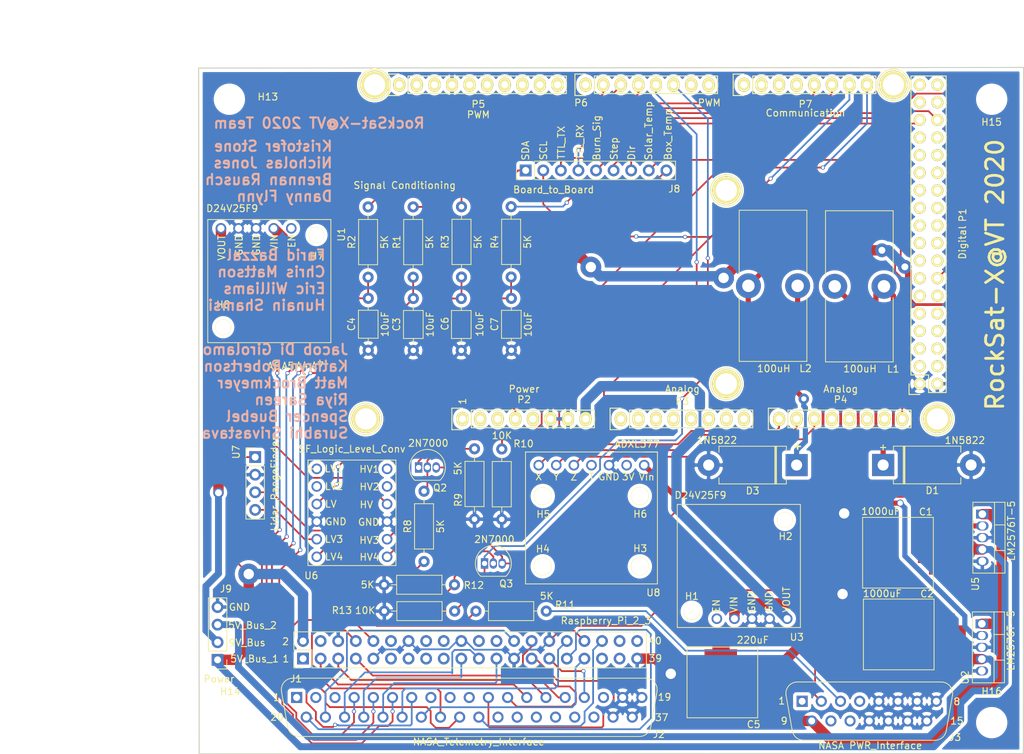
<source format=kicad_pcb>
(kicad_pcb (version 20171130) (host pcbnew "(5.1.5)-3")
  (title_block (title Deck_Plate_Main_Board) (date 2020-03-02) (rev A) (company "VT RockSat-X 2020"))
  (layers (0 F.Cu signal) (31 B.Cu signal) (34 B.Paste user) (35 F.Paste user) (36 B.SilkS user) (37 F.SilkS user) (38 B.Mask user) (39 F.Mask user) (44 Edge.Cuts user))
  (net 0 "")
  (net 1 GND)
  (net 2 "/52(SCK)")
  (net 3 "/53(SS)")
  (net 4 "/50(MISO)")
  (net 5 "/51(MOSI)")
  (net 6 /IOREF)
  (net 7 /Reset)
  (net 8 /A0)
  (net 9 /A1)
  (net 10 /A2)
  (net 11 /A3)
  (net 12 /A4)
  (net 13 /A5)
  (net 14 /A6)
  (net 15 /A7)
  (net 16 /A11)
  (net 17 /A12)
  (net 18 /A13)
  (net 19 /SCL)
  (net 20 /SDA)
  (net 21 /AREF)
  (net 22 "/13(**)")
  (net 23 "/12(**)")
  (net 24 "/11(**)")
  (net 25 "/10(**)")
  (net 26 "/9(**)")
  (net 27 "/8(**)")
  (net 28 "/7(**)")
  (net 29 "/20(SDA)")
  (net 30 "/21(SCL)")
  (net 31 "Net-(P8-Pad1)")
  (net 32 "Net-(P9-Pad1)")
  (net 33 "Net-(P10-Pad1)")
  (net 34 "Net-(P11-Pad1)")
  (net 35 "Net-(P12-Pad1)")
  (net 36 "Net-(P13-Pad1)")
  (net 37 "Net-(P2-Pad1)")
  (net 38 +3V3)
  (net 39 "/1(Tx0)")
  (net 40 "/0(Rx0)")
  (net 41 "/14(Tx3)")
  (net 42 "/15(Rx3)")
  (net 43 "/16(Tx2)")
  (net 44 "/17(Rx2)")
  (net 45 "Net-(U3-Pad1)")
  (net 46 "Net-(J1-Pad35)")
  (net 47 "Net-(J1-Pad17)")
  (net 48 "Net-(J1-Pad13)")
  (net 49 "Net-(J1-Pad12)")
  (net 50 "Net-(J1-Pad4)")
  (net 51 "Net-(J1-Pad1)")
  (net 52 "Net-(U8-Pad4)")
  (net 53 "Net-(U8-Pad2)")
  (net 54 "Net-(J2-Pad35)")
  (net 55 "Net-(J2-Pad34)")
  (net 56 "Net-(J2-Pad31)")
  (net 57 "Net-(J2-Pad17)")
  (net 58 "Net-(D3-Pad1)")
  (net 59 /Strobe)
  (net 60 /Bit_7)
  (net 61 /Bit_6)
  (net 62 /Bit_2)
  (net 63 /Bit_1)
  (net 64 /TTL_TX)
  (net 65 /Bit_5)
  (net 66 /Bit_4)
  (net 67 /Bit_3)
  (net 68 /5V_Bus_1)
  (net 69 /RS_GND)
  (net 70 /RS_DATA)
  (net 71 /Para_Strobe)
  (net 72 /28V_GSE_2)
  (net 73 /TE-RB)
  (net 74 /TE-RA)
  (net 75 /TE_A)
  (net 76 /5V_Bus_2)
  (net 77 "Net-(Q2-Pad2)")
  (net 78 /TE_B)
  (net 79 "Net-(Q3-Pad2)")
  (net 80 /I2C_SDA)
  (net 81 /I2C_SCL)
  (net 82 "Net-(D1-Pad1)")
  (net 83 "Net-(J1-Pad40)")
  (net 84 "Net-(J1-Pad38)")
  (net 85 "Net-(J1-Pad37)")
  (net 86 /Bit_0)
  (net 87 "Net-(J1-Pad22)")
  (net 88 "Net-(J1-Pad18)")
  (net 89 "Net-(J1-Pad16)")
  (net 90 "Net-(J1-Pad15)")
  (net 91 /BurnWireSignal)
  (net 92 /TTL_RX)
  (net 93 "Net-(U6-Pad8)")
  (net 94 "Net-(U6-Pad7)")
  (net 95 "Net-(U6-Pad2)")
  (net 96 "Net-(U6-Pad1)")
  (net 97 /Dir)
  (net 98 /Step)
  (net 99 /SolarArrayTemp)
  (net 100 /Digital_48)
  (net 101 /Digital_49)
  (net 102 /Digital_46)
  (net 103 /Digital_47)
  (net 104 /Digital_44)
  (net 105 /Digital_45)
  (net 106 /Digital_42)
  (net 107 /Digital_40)
  (net 108 /Digital_41)
  (net 109 /Digital_38)
  (net 110 /Digital_39)
  (net 111 /Digital_36)
  (net 112 /Digital_37)
  (net 113 /Digital_34)
  (net 114 /Digital_35)
  (net 115 /Digital_32)
  (net 116 /Digital_33)
  (net 117 /Digital_30)
  (net 118 /Digital_31)
  (net 119 /Digital_28)
  (net 120 /Digital_29)
  (net 121 /Digital_26)
  (net 122 /Digital_27)
  (net 123 /Xout)
  (net 124 /Yout)
  (net 125 /Zout)
  (net 126 "Net-(J2-Pad10)")
  (net 127 "Net-(J2-Pad9)")
  (net 128 "Net-(J2-Pad8)")
  (net 129 "Net-(J3-Pad11)")
  (net 130 "Net-(J3-Pad10)")
  (net 131 "Net-(J3-Pad4)")
  (net 132 "Net-(J3-Pad1)")
  (net 133 "Net-(P1-Pad35)")
  (net 134 "Net-(P2-Pad5)")
  (net 135 /NASA_Analog_4_OUT)
  (net 136 /A14)
  (net 137 /Bit_15)
  (net 138 /Bit_12)
  (net 139 /Bit_11)
  (net 140 /Bit_10)
  (net 141 /Bit_8)
  (net 142 /Bit_9)
  (net 143 /Bit_16)
  (net 144 /Bit_14)
  (net 145 /Bit_13)
  (net 146 /NASA_Analog_5_OUT)
  (net 147 /NASA_Analog_6_OUT)
  (net 148 /NASA_Analog_7_OUT)
  (net 149 "Net-(J2-Pad1)")
  (net 150 "Net-(J2-Pad2)")
  (net 151 "Net-(J2-Pad3)")
  (net 152 /NASA_Analog_6_IN)
  (net 153 /NASA_Analog_5_IN)
  (net 154 /NASA_Analog_4_IN)
  (net 155 "Net-(P1-Pad36)")
  (net 156 "Net-(U1-Pad1)")
  (net 157 "Net-(P1-Pad33)")
  (net 158 "Net-(P1-Pad34)")
  (net 159 /9V_Bus_2)
  (net 160 /9V_Bus_1)
  (net 161 /Box_Temp)
  (module Deck_Plate_PCB:NASA_Telem_37-pin_DSub (layer F.Cu) (at 95.57 137.39)
    (fp_text reference J2 (at 52.324 5.334) (layer F.SilkS))
    (fp_text value NASA_Telemetry_Interface (at 26.29 6.42) (layer F.SilkS))
    (fp_text user 19 (at 53.1368 -0.0508) (layer F.SilkS))
    (fp_text user 37 (at 52.7304 2.8956) (layer F.SilkS))
    (fp_text user 20 (at -2.8448 2.8448) (layer F.SilkS))
    (fp_text user 1 (at -2.8956 0) (layer F.SilkS))
    (pad 1 thru_hole rect (at 0 0) (size 1.6 1.6) (drill 1) (layers *.Cu *.Mask) (net 149 "Net-(J2-Pad1)"))
    (pad 2 thru_hole circle (at 2.77 0) (size 1.6 1.6) (drill 1) (layers *.Cu *.Mask) (net 150 "Net-(J2-Pad2)"))
    (pad 3 thru_hole circle (at 5.54 0) (size 1.6 1.6) (drill 1) (layers *.Cu *.Mask) (net 151 "Net-(J2-Pad3)"))
    (pad 4 thru_hole circle (at 8.31 0) (size 1.6 1.6) (drill 1) (layers *.Cu *.Mask) (net 135 /NASA_Analog_4_OUT))
    (pad 5 thru_hole circle (at 11.08 0) (size 1.6 1.6) (drill 1) (layers *.Cu *.Mask) (net 146 /NASA_Analog_5_OUT))
    (pad 6 thru_hole circle (at 13.85 0) (size 1.6 1.6) (drill 1) (layers *.Cu *.Mask) (net 147 /NASA_Analog_6_OUT))
    (pad 7 thru_hole circle (at 16.62 0) (size 1.6 1.6) (drill 1) (layers *.Cu *.Mask) (net 148 /NASA_Analog_7_OUT))
    (pad 8 thru_hole circle (at 19.39 0) (size 1.6 1.6) (drill 1) (layers *.Cu *.Mask) (net 128 "Net-(J2-Pad8)"))
    (pad 9 thru_hole circle (at 22.16 0) (size 1.6 1.6) (drill 1) (layers *.Cu *.Mask) (net 127 "Net-(J2-Pad9)"))
    (pad 10 thru_hole circle (at 24.93 0) (size 1.6 1.6) (drill 1) (layers *.Cu *.Mask) (net 126 "Net-(J2-Pad10)"))
    (pad 11 thru_hole circle (at 27.7 0) (size 1.6 1.6) (drill 1) (layers *.Cu *.Mask) (net 86 /Bit_0))
    (pad 12 thru_hole circle (at 30.47 0) (size 1.6 1.6) (drill 1) (layers *.Cu *.Mask) (net 63 /Bit_1))
    (pad 13 thru_hole circle (at 33.24 0) (size 1.6 1.6) (drill 1) (layers *.Cu *.Mask) (net 62 /Bit_2))
    (pad 14 thru_hole circle (at 36.01 0) (size 1.6 1.6) (drill 1) (layers *.Cu *.Mask) (net 67 /Bit_3))
    (pad 15 thru_hole circle (at 38.78 0) (size 1.6 1.6) (drill 1) (layers *.Cu *.Mask) (net 66 /Bit_4))
    (pad 16 thru_hole circle (at 41.55 0) (size 1.6 1.6) (drill 1) (layers *.Cu *.Mask) (net 65 /Bit_5))
    (pad 17 thru_hole circle (at 44.32 0) (size 1.6 1.6) (drill 1) (layers *.Cu *.Mask) (net 57 "Net-(J2-Pad17)"))
    (pad 18 thru_hole circle (at 47.09 0) (size 1.6 1.6) (drill 1) (layers *.Cu *.Mask) (net 1 GND))
    (pad 19 thru_hole circle (at 49.86 0) (size 1.6 1.6) (drill 1) (layers *.Cu *.Mask) (net 1 GND))
    (pad 20 thru_hole circle (at 1.385 2.84) (size 1.6 1.6) (drill 1) (layers *.Cu *.Mask) (net 61 /Bit_6))
    (pad 21 thru_hole circle (at 4.155 2.84) (size 1.6 1.6) (drill 1) (layers *.Cu *.Mask) (net 60 /Bit_7))
    (pad 22 thru_hole circle (at 6.925 2.84) (size 1.6 1.6) (drill 1) (layers *.Cu *.Mask) (net 141 /Bit_8))
    (pad 23 thru_hole circle (at 9.695 2.84) (size 1.6 1.6) (drill 1) (layers *.Cu *.Mask) (net 142 /Bit_9))
    (pad 24 thru_hole circle (at 12.465 2.84) (size 1.6 1.6) (drill 1) (layers *.Cu *.Mask) (net 140 /Bit_10))
    (pad 25 thru_hole circle (at 15.235 2.84) (size 1.6 1.6) (drill 1) (layers *.Cu *.Mask) (net 139 /Bit_11))
    (pad 26 thru_hole circle (at 18.005 2.84) (size 1.6 1.6) (drill 1) (layers *.Cu *.Mask) (net 138 /Bit_12))
    (pad 27 thru_hole circle (at 20.775 2.84) (size 1.6 1.6) (drill 1) (layers *.Cu *.Mask) (net 145 /Bit_13))
    (pad 28 thru_hole circle (at 23.545 2.84) (size 1.6 1.6) (drill 1) (layers *.Cu *.Mask) (net 144 /Bit_14))
    (pad 29 thru_hole circle (at 26.315 2.84) (size 1.6 1.6) (drill 1) (layers *.Cu *.Mask) (net 137 /Bit_15))
    (pad 30 thru_hole circle (at 29.085 2.84) (size 1.6 1.6) (drill 1) (layers *.Cu *.Mask) (net 71 /Para_Strobe))
    (pad 31 thru_hole circle (at 31.855 2.84) (size 1.6 1.6) (drill 1) (layers *.Cu *.Mask) (net 56 "Net-(J2-Pad31)"))
    (pad 32 thru_hole circle (at 34.625 2.84) (size 1.6 1.6) (drill 1) (layers *.Cu *.Mask) (net 70 /RS_DATA))
    (pad 33 thru_hole circle (at 37.395 2.84) (size 1.6 1.6) (drill 1) (layers *.Cu *.Mask) (net 69 /RS_GND))
    (pad 34 thru_hole circle (at 40.165 2.84) (size 1.6 1.6) (drill 1) (layers *.Cu *.Mask) (net 55 "Net-(J2-Pad34)"))
    (pad 35 thru_hole circle (at 42.935 2.84) (size 1.6 1.6) (drill 1) (layers *.Cu *.Mask) (net 54 "Net-(J2-Pad35)"))
    (pad 36 thru_hole circle (at 45.705 2.84) (size 1.6 1.6) (drill 1) (layers *.Cu *.Mask) (net 1 GND))
    (pad 37 thru_hole circle (at 48.475 2.84) (size 1.6 1.6) (drill 1) (layers *.Cu *.Mask) (net 1 GND))
  )
  (module Deck_Plate_PCB:9V_MountingHole_2.2mm (layer F.Cu) (at 84.96 83.96)
    (fp_text reference H8 (at 0 -3.31) (layer F.SilkS))
    (fp_text value 9V_mount)
    (pad 1 np_thru_hole circle (at 0 -0.0508) (size 2.2 2.2) (drill 2.2) (layers *.Cu *.Mask))
  )
  (module Deck_Plate_PCB:9V_MountingHole_2.2mm (layer F.Cu) (at 98.43 70.65)
    (fp_text reference H7 (at 0.07 2.95) (layer F.SilkS))
    (fp_text value 9V_mount)
    (pad 1 np_thru_hole circle (at 0 -0.0508) (size 2.2 2.2) (drill 2.2) (layers *.Cu *.Mask))
  )
  (module Deck_Plate_PCB:D24V25F9 (layer F.Cu) (at 84 69.63 90)
    (fp_text reference U1 (at -0.889 18.034 90) (layer F.SilkS))
    (fp_text value D24V25F9 (at 2.87 2.25 180) (layer F.SilkS))
    (fp_text user VOUT (at -2.7686 0.7366 90) (layer F.SilkS))
    (fp_text user GND (at -2.4384 3.2512 90) (layer F.SilkS))
    (fp_text user GND (at -2.413 5.7658 90) (layer F.SilkS))
    (fp_text user VIN (at -2.032 8.3312 90) (layer F.SilkS))
    (fp_text user EN (at -1.8288 10.8712 90) (layer F.SilkS))
    (pad 1 thru_hole circle (at 0 10.795 90) (size 1.524 1.524) (drill 1.02) (layers *.Cu *.Mask) (net 156 "Net-(U1-Pad1)"))
    (pad 2 thru_hole circle (at 0 8.255 90) (size 1.524 1.524) (drill 1.02) (layers *.Cu *.Mask) (net 72 /28V_GSE_2))
    (pad 3 thru_hole circle (at 0 5.715 90) (size 1.524 1.524) (drill 1.02) (layers *.Cu *.Mask) (net 1 GND))
    (pad 4 thru_hole circle (at 0 3.175 90) (size 1.524 1.524) (drill 1.02) (layers *.Cu *.Mask) (net 1 GND))
    (pad 5 thru_hole circle (at 0 0.635 90) (size 1.524 1.524) (drill 1.02) (layers *.Cu *.Mask) (net 159 /9V_Bus_2))
  )
  (module Inductor_THT:L_Toroid_Vertical_L21.6mm_W9.5mm_P7.11mm_Pulse_C (layer F.Cu) (at 167.93 77.93 270)
    (fp_text reference L2 (at 11.94 -1.14 180) (layer F.SilkS))
    (fp_text value 100uH (at 11.96 3.45 180) (layer F.SilkS))
    (pad 2 thru_hole circle (at 0 7.11 270) (size 3.6 3.6) (drill 1.8) (layers *.Cu *.Mask) (net 58 "Net-(D3-Pad1)"))
    (pad 1 thru_hole circle (at 0 0 270) (size 3.6 3.6) (drill 1.8) (layers *.Cu *.Mask) (net 76 /5V_Bus_2))
  )
  (module Inductor_THT:L_Toroid_Vertical_L21.6mm_W9.5mm_P7.11mm_Pulse_C (layer F.Cu) (at 173.29 78 90)
    (fp_text reference L1 (at -11.95 8.45 180) (layer F.SilkS))
    (fp_text value 100uH (at -11.92 3.65 180) (layer F.SilkS))
    (pad 2 thru_hole circle (at 0 7.11 90) (size 3.6 3.6) (drill 1.8) (layers *.Cu *.Mask) (net 82 "Net-(D1-Pad1)"))
    (pad 1 thru_hole circle (at 0 0 90) (size 3.6 3.6) (drill 1.8) (layers *.Cu *.Mask) (net 68 /5V_Bus_1))
  )
  (module Deck_Plate_PCB:1000uF_Cap (layer F.Cu) (at 193.27 124.18 90)
    (fp_text reference C1 (at 13.6 -6.83 180) (layer F.SilkS))
    (fp_text value 1000uF (at 13.67 -13.35 180) (layer F.SilkS))
    (pad 2 smd rect (at 7.62 -17.018 270) (size 6.2 3.6) (layers F.Cu F.Paste F.Mask) (net 1 GND))
    (pad 1 smd rect (at 7.6454 -4.572 270) (size 6.2 3.6) (layers F.Cu F.Paste F.Mask) (net 68 /5V_Bus_1))
    (pad 2 smd rect (at 7.6581 -17.0815 180) (size 6.8 2.8) (layers F.Cu F.Paste F.Mask) (net 1 GND))
    (pad 1 smd rect (at 7.6073 -4.5593 180) (size 6.8 2.8) (layers F.Cu F.Paste F.Mask) (net 68 /5V_Bus_1))
  )
  (module Deck_Plate_PCB:Accel_MountingHole_2.5mm (layer F.Cu) (at 145.13 108.28)
    (fp_text reference H6 (at 0.07 2.62) (layer F.SilkS))
    (fp_text value Accel_mount)
    (pad 1 np_thru_hole circle (at 0 0) (size 2.5 2.5) (drill 2.5) (layers *.Cu *.Mask))
  )
  (module Deck_Plate_PCB:Accel_MountingHole_2.5mm (layer F.Cu) (at 131.12 108.29)
    (fp_text reference H5 (at 0.09 2.64) (layer F.SilkS))
    (fp_text value Accel_mount)
    (pad 1 np_thru_hole circle (at 0 0) (size 2.5 2.5) (drill 2.5) (layers *.Cu *.Mask))
  )
  (module Deck_Plate_PCB:Accel_MountingHole_2.5mm (layer F.Cu) (at 131.11 118.44)
    (fp_text reference H4 (at 0.02 -2.5) (layer F.SilkS))
    (fp_text value Accel_mount)
    (pad 1 np_thru_hole circle (at 0 0) (size 2.5 2.5) (drill 2.5) (layers *.Cu *.Mask))
  )
  (module Deck_Plate_PCB:9V_MountingHole_2.2mm (layer F.Cu) (at 166.09 111.79)
    (fp_text reference H2 (at 0.1 2.33) (layer F.SilkS))
    (fp_text value 9V_mount)
    (pad 1 np_thru_hole circle (at 0 -0.0508) (size 2.2 2.2) (drill 2.2) (layers *.Cu *.Mask))
  )
  (module Deck_Plate_PCB:9V_MountingHole_2.2mm (layer F.Cu) (at 152.6286 125.0442)
    (fp_text reference H1 (at 0.0314 -2.2842) (layer F.SilkS))
    (fp_text value 9V_mount)
    (pad 1 np_thru_hole circle (at 0 -0.0508) (size 2.2 2.2) (drill 2.2) (layers *.Cu *.Mask))
  )
  (module Deck_Plate_PCB:Accel_MountingHole_2.5mm (layer F.Cu) (at 141.1268 114.0304)
    (fp_text reference H3 (at 4.0632 1.8496) (layer F.SilkS))
    (fp_text value Accel_mount)
    (pad 1 np_thru_hole circle (at 4.0132 4.4196) (size 2.5 2.5) (drill 2.5) (layers *.Cu *.Mask))
  )
  (module Resistor_THT:R_Axial_DIN0207_L6.3mm_D2.5mm_P10.16mm_Horizontal (layer F.Cu) (at 125.1966 101.4984 270)
    (fp_text reference R10 (at -0.7584 -3.1434 180) (layer F.SilkS))
    (fp_text value 10K (at -1.9384 -0.0234 180) (layer F.SilkS))
    (pad 2 thru_hole oval (at 10.16 0 270) (size 1.6 1.6) (drill 0.8) (layers *.Cu *.Mask) (net 1 GND))
    (pad 1 thru_hole circle (at 0 0 270) (size 1.6 1.6) (drill 0.8) (layers *.Cu *.Mask) (net 75 /TE_A))
  )
  (module Resistor_THT:R_Axial_DIN0207_L6.3mm_D2.5mm_P10.16mm_Horizontal (layer F.Cu) (at 126.55 76.66 90)
    (fp_text reference R4 (at 5.08 -2.37 90) (layer F.SilkS))
    (fp_text value 5K (at 5.08 2.37 90) (layer F.SilkS))
    (pad 2 thru_hole oval (at 10.16 0 90) (size 1.6 1.6) (drill 0.8) (layers *.Cu *.Mask) (net 161 /Box_Temp))
    (pad 1 thru_hole circle (at 0 0 90) (size 1.6 1.6) (drill 0.8) (layers *.Cu *.Mask) (net 148 /NASA_Analog_7_OUT))
  )
  (module Resistor_THT:R_Axial_DIN0207_L6.3mm_D2.5mm_P10.16mm_Horizontal (layer F.Cu) (at 105.89 76.69 90)
    (fp_text reference R2 (at 5.08 -2.37 90) (layer F.SilkS))
    (fp_text value 5K (at 5.08 2.37 90) (layer F.SilkS))
    (pad 2 thru_hole oval (at 10.16 0 90) (size 1.6 1.6) (drill 0.8) (layers *.Cu *.Mask) (net 152 /NASA_Analog_6_IN))
    (pad 1 thru_hole circle (at 0 0 90) (size 1.6 1.6) (drill 0.8) (layers *.Cu *.Mask) (net 147 /NASA_Analog_6_OUT))
  )
  (module Resistor_THT:R_Axial_DIN0207_L6.3mm_D2.5mm_P10.16mm_Horizontal (layer F.Cu) (at 112.4 76.69 90)
    (fp_text reference R1 (at 5.08 -2.37 90) (layer F.SilkS))
    (fp_text value 5K (at 5.08 2.37 90) (layer F.SilkS))
    (pad 2 thru_hole oval (at 10.16 0 90) (size 1.6 1.6) (drill 0.8) (layers *.Cu *.Mask) (net 153 /NASA_Analog_5_IN))
    (pad 1 thru_hole circle (at 0 0 90) (size 1.6 1.6) (drill 0.8) (layers *.Cu *.Mask) (net 146 /NASA_Analog_5_OUT))
  )
  (module Capacitor_THT:C_Axial_L3.8mm_D2.6mm_P7.50mm_Horizontal (layer F.Cu) (at 126.58 87.24 90)
    (fp_text reference C7 (at 3.75 -2.42 90) (layer F.SilkS))
    (fp_text value 10uF (at 3.75 2.42 90) (layer F.SilkS))
    (pad 2 thru_hole oval (at 7.5 0 90) (size 1.6 1.6) (drill 0.8) (layers *.Cu *.Mask) (net 148 /NASA_Analog_7_OUT))
    (pad 1 thru_hole circle (at 0 0 90) (size 1.6 1.6) (drill 0.8) (layers *.Cu *.Mask) (net 1 GND))
  )
  (module Capacitor_THT:C_Axial_L3.8mm_D2.6mm_P7.50mm_Horizontal (layer F.Cu) (at 105.91 87.23 90)
    (fp_text reference C4 (at 3.75 -2.42 90) (layer F.SilkS))
    (fp_text value 10uF (at 3.75 2.42 90) (layer F.SilkS))
    (pad 2 thru_hole oval (at 7.5 0 90) (size 1.6 1.6) (drill 0.8) (layers *.Cu *.Mask) (net 147 /NASA_Analog_6_OUT))
    (pad 1 thru_hole circle (at 0 0 90) (size 1.6 1.6) (drill 0.8) (layers *.Cu *.Mask) (net 1 GND))
  )
  (module Capacitor_THT:C_Axial_L3.8mm_D2.6mm_P7.50mm_Horizontal (layer F.Cu) (at 112.42 87.26 90)
    (fp_text reference C3 (at 3.75 -2.42 90) (layer F.SilkS))
    (fp_text value 10uF (at 3.75 2.42 90) (layer F.SilkS))
    (pad 2 thru_hole oval (at 7.5 0 90) (size 1.6 1.6) (drill 0.8) (layers *.Cu *.Mask) (net 146 /NASA_Analog_5_OUT))
    (pad 1 thru_hole circle (at 0 0 90) (size 1.6 1.6) (drill 0.8) (layers *.Cu *.Mask) (net 1 GND))
  )
  (module Connector_PinHeader_2.54mm:PinHeader_2x20_P2.54mm_Vertical (layer F.Cu) (at 96.4946 131.7752 90)
    (fp_text reference J1 (at -2.921 -1.016 180) (layer F.SilkS))
    (fp_text value Raspberry_Pi_2_3 (at 5.4752 43.7454 180) (layer F.SilkS))
    (pad 40 thru_hole oval (at 2.54 48.26 90) (size 1.7 1.7) (drill 1) (layers *.Cu *.Mask) (net 83 "Net-(J1-Pad40)"))
    (pad 39 thru_hole oval (at 0 48.26 90) (size 1.7 1.7) (drill 1) (layers *.Cu *.Mask) (net 1 GND))
    (pad 38 thru_hole oval (at 2.54 45.72 90) (size 1.7 1.7) (drill 1) (layers *.Cu *.Mask) (net 84 "Net-(J1-Pad38)"))
    (pad 37 thru_hole oval (at 0 45.72 90) (size 1.7 1.7) (drill 1) (layers *.Cu *.Mask) (net 85 "Net-(J1-Pad37)"))
    (pad 36 thru_hole oval (at 2.54 43.18 90) (size 1.7 1.7) (drill 1) (layers *.Cu *.Mask) (net 137 /Bit_15))
    (pad 35 thru_hole oval (at 0 43.18 90) (size 1.7 1.7) (drill 1) (layers *.Cu *.Mask) (net 46 "Net-(J1-Pad35)"))
    (pad 34 thru_hole oval (at 2.54 40.64 90) (size 1.7 1.7) (drill 1) (layers *.Cu *.Mask) (net 1 GND))
    (pad 33 thru_hole oval (at 0 40.64 90) (size 1.7 1.7) (drill 1) (layers *.Cu *.Mask) (net 138 /Bit_12))
    (pad 32 thru_hole oval (at 2.54 38.1 90) (size 1.7 1.7) (drill 1) (layers *.Cu *.Mask) (net 139 /Bit_11))
    (pad 31 thru_hole oval (at 0 38.1 90) (size 1.7 1.7) (drill 1) (layers *.Cu *.Mask) (net 61 /Bit_6))
    (pad 30 thru_hole oval (at 2.54 35.56 90) (size 1.7 1.7) (drill 1) (layers *.Cu *.Mask) (net 1 GND))
    (pad 29 thru_hole oval (at 0 35.56 90) (size 1.7 1.7) (drill 1) (layers *.Cu *.Mask) (net 65 /Bit_5))
    (pad 28 thru_hole oval (at 2.54 33.02 90) (size 1.7 1.7) (drill 1) (layers *.Cu *.Mask) (net 63 /Bit_1))
    (pad 27 thru_hole oval (at 0 33.02 90) (size 1.7 1.7) (drill 1) (layers *.Cu *.Mask) (net 86 /Bit_0))
    (pad 26 thru_hole oval (at 2.54 30.48 90) (size 1.7 1.7) (drill 1) (layers *.Cu *.Mask) (net 60 /Bit_7))
    (pad 25 thru_hole oval (at 0 30.48 90) (size 1.7 1.7) (drill 1) (layers *.Cu *.Mask) (net 1 GND))
    (pad 24 thru_hole oval (at 2.54 27.94 90) (size 1.7 1.7) (drill 1) (layers *.Cu *.Mask) (net 59 /Strobe))
    (pad 23 thru_hole oval (at 0 27.94 90) (size 1.7 1.7) (drill 1) (layers *.Cu *.Mask) (net 140 /Bit_10))
    (pad 22 thru_hole oval (at 2.54 25.4 90) (size 1.7 1.7) (drill 1) (layers *.Cu *.Mask) (net 87 "Net-(J1-Pad22)"))
    (pad 21 thru_hole oval (at 0 25.4 90) (size 1.7 1.7) (drill 1) (layers *.Cu *.Mask) (net 141 /Bit_8))
    (pad 20 thru_hole oval (at 2.54 22.86 90) (size 1.7 1.7) (drill 1) (layers *.Cu *.Mask) (net 1 GND))
    (pad 19 thru_hole oval (at 0 22.86 90) (size 1.7 1.7) (drill 1) (layers *.Cu *.Mask) (net 142 /Bit_9))
    (pad 18 thru_hole oval (at 2.54 20.32 90) (size 1.7 1.7) (drill 1) (layers *.Cu *.Mask) (net 88 "Net-(J1-Pad18)"))
    (pad 17 thru_hole oval (at 0 20.32 90) (size 1.7 1.7) (drill 1) (layers *.Cu *.Mask) (net 47 "Net-(J1-Pad17)"))
    (pad 16 thru_hole oval (at 2.54 17.78 90) (size 1.7 1.7) (drill 1) (layers *.Cu *.Mask) (net 89 "Net-(J1-Pad16)"))
    (pad 15 thru_hole oval (at 0 17.78 90) (size 1.7 1.7) (drill 1) (layers *.Cu *.Mask) (net 90 "Net-(J1-Pad15)"))
    (pad 14 thru_hole oval (at 2.54 15.24 90) (size 1.7 1.7) (drill 1) (layers *.Cu *.Mask) (net 1 GND))
    (pad 13 thru_hole oval (at 0 15.24 90) (size 1.7 1.7) (drill 1) (layers *.Cu *.Mask) (net 48 "Net-(J1-Pad13)"))
    (pad 12 thru_hole oval (at 2.54 12.7 90) (size 1.7 1.7) (drill 1) (layers *.Cu *.Mask) (net 49 "Net-(J1-Pad12)"))
    (pad 11 thru_hole oval (at 0 12.7 90) (size 1.7 1.7) (drill 1) (layers *.Cu *.Mask) (net 143 /Bit_16))
    (pad 10 thru_hole oval (at 2.54 10.16 90) (size 1.7 1.7) (drill 1) (layers *.Cu *.Mask) (net 144 /Bit_14))
    (pad 9 thru_hole oval (at 0 10.16 90) (size 1.7 1.7) (drill 1) (layers *.Cu *.Mask) (net 1 GND))
    (pad 8 thru_hole oval (at 2.54 7.62 90) (size 1.7 1.7) (drill 1) (layers *.Cu *.Mask) (net 145 /Bit_13))
    (pad 7 thru_hole oval (at 0 7.62 90) (size 1.7 1.7) (drill 1) (layers *.Cu *.Mask) (net 66 /Bit_4))
    (pad 6 thru_hole oval (at 2.54 5.08 90) (size 1.7 1.7) (drill 1) (layers *.Cu *.Mask) (net 1 GND))
    (pad 5 thru_hole oval (at 0 5.08 90) (size 1.7 1.7) (drill 1) (layers *.Cu *.Mask) (net 67 /Bit_3))
    (pad 4 thru_hole oval (at 2.54 2.54 90) (size 1.7 1.7) (drill 1) (layers *.Cu *.Mask) (net 50 "Net-(J1-Pad4)"))
    (pad 3 thru_hole oval (at 0 2.54 90) (size 1.7 1.7) (drill 1) (layers *.Cu *.Mask) (net 62 /Bit_2))
    (pad 2 thru_hole oval (at 2.54 0 90) (size 1.7 1.7) (drill 1) (layers *.Cu *.Mask) (net 68 /5V_Bus_1))
    (pad 1 thru_hole rect (at 0 0 90) (size 1.7 1.7) (drill 1) (layers *.Cu *.Mask) (net 51 "Net-(J1-Pad1)"))
  )
  (module Resistor_THT:R_Axial_DIN0207_L6.3mm_D2.5mm_P10.16mm_Horizontal (layer F.Cu) (at 119.38 76.67 90)
    (fp_text reference R3 (at 5.08 -2.37 90) (layer F.SilkS))
    (fp_text value 5K (at 5.08 2.37 90) (layer F.SilkS))
    (pad 2 thru_hole oval (at 10.16 0 90) (size 1.6 1.6) (drill 0.8) (layers *.Cu *.Mask) (net 154 /NASA_Analog_4_IN))
    (pad 1 thru_hole circle (at 0 0 90) (size 1.6 1.6) (drill 0.8) (layers *.Cu *.Mask) (net 135 /NASA_Analog_4_OUT))
  )
  (module Capacitor_THT:C_Axial_L3.8mm_D2.6mm_P7.50mm_Horizontal (layer F.Cu) (at 119.35 87.26 90)
    (fp_text reference C6 (at 3.86 -2.36 90) (layer F.SilkS))
    (fp_text value 10uF (at 3.82 2.66 90) (layer F.SilkS))
    (pad 2 thru_hole oval (at 7.5 0 90) (size 1.6 1.6) (drill 0.8) (layers *.Cu *.Mask) (net 135 /NASA_Analog_4_OUT))
    (pad 1 thru_hole circle (at 0 0 90) (size 1.6 1.6) (drill 0.8) (layers *.Cu *.Mask) (net 1 GND))
  )
  (module Connector_PinHeader_2.54mm:PinHeader_1x04_P2.54mm_Vertical (layer F.Cu) (at 84.15 131.95 180)
    (fp_text reference J9 (at -1.2 10.25) (layer F.SilkS))
    (fp_text value Power (at -0.2032 -2.76098) (layer F.SilkS))
    (pad 4 thru_hole oval (at 0 7.62 180) (size 1.7 1.7) (drill 1) (layers *.Cu *.Mask) (net 1 GND))
    (pad 3 thru_hole oval (at 0 5.08 180) (size 1.7 1.7) (drill 1) (layers *.Cu *.Mask) (net 76 /5V_Bus_2))
    (pad 2 thru_hole oval (at 0 2.54 180) (size 1.7 1.7) (drill 1) (layers *.Cu *.Mask) (net 159 /9V_Bus_2))
    (pad 1 thru_hole rect (at 0 0 180) (size 1.7 1.7) (drill 1) (layers *.Cu *.Mask) (net 68 /5V_Bus_1))
  )
  (module Diode_THT:D_DO-201AD_P12.70mm_Horizontal (layer F.Cu) (at 167.78 103.82 180)
    (fp_text reference D3 (at 6.35 -3.72) (layer F.SilkS))
    (fp_text value 1N5822 (at 11.5122 3.5856) (layer F.SilkS))
    (pad 2 thru_hole oval (at 12.7 0 180) (size 3.2 3.2) (drill 1.6) (layers *.Cu *.Mask) (net 1 GND))
    (pad 1 thru_hole rect (at 0 0 180) (size 3.2 3.2) (drill 1.6) (layers *.Cu *.Mask) (net 58 "Net-(D3-Pad1)"))
  )
  (module Diode_THT:D_DO-201AD_P12.70mm_Horizontal (layer F.Cu) (at 180.28 103.81)
    (fp_text reference D1 (at 7.112 3.683) (layer F.SilkS))
    (fp_text value 1N5822 (at 11.811 -3.556) (layer F.SilkS))
    (fp_text user + (at 0 -2.6) (layer F.SilkS))
    (pad 2 thru_hole oval (at 12.7 0) (size 3.2 3.2) (drill 1.6) (layers *.Cu *.Mask) (net 1 GND))
    (pad 1 thru_hole rect (at 0 0) (size 3.2 3.2) (drill 1.6) (layers *.Cu *.Mask) (net 82 "Net-(D1-Pad1)"))
  )
  (module Connector_PinHeader_2.54mm:PinHeader_1x09_P2.54mm_Vertical (layer F.Cu) (at 128.651 61.2648 90)
    (fp_text reference J8 (at -2.667 21.463 180) (layer F.SilkS))
    (fp_text value Board_to_Board (at -2.7752 4.029 180) (layer F.SilkS))
    (pad 9 thru_hole oval (at 0 20.32 90) (size 1.7 1.7) (drill 1) (layers *.Cu *.Mask) (net 161 /Box_Temp))
    (pad 8 thru_hole oval (at 0 17.78 90) (size 1.7 1.7) (drill 1) (layers *.Cu *.Mask) (net 99 /SolarArrayTemp))
    (pad 7 thru_hole oval (at 0 15.24 90) (size 1.7 1.7) (drill 1) (layers *.Cu *.Mask) (net 97 /Dir))
    (pad 6 thru_hole oval (at 0 12.7 90) (size 1.7 1.7) (drill 1) (layers *.Cu *.Mask) (net 98 /Step))
    (pad 5 thru_hole oval (at 0 10.16 90) (size 1.7 1.7) (drill 1) (layers *.Cu *.Mask) (net 91 /BurnWireSignal))
    (pad 4 thru_hole oval (at 0 7.62 90) (size 1.7 1.7) (drill 1) (layers *.Cu *.Mask) (net 92 /TTL_RX))
    (pad 3 thru_hole oval (at 0 5.08 90) (size 1.7 1.7) (drill 1) (layers *.Cu *.Mask) (net 64 /TTL_TX))
    (pad 2 thru_hole oval (at 0 2.54 90) (size 1.7 1.7) (drill 1) (layers *.Cu *.Mask) (net 30 "/21(SCL)"))
    (pad 1 thru_hole rect (at 0 0 90) (size 1.7 1.7) (drill 1) (layers *.Cu *.Mask) (net 29 "/20(SDA)"))
  )
  (module Connector_PinHeader_2.54mm:PinHeader_1x04_P2.54mm_Vertical (layer F.Cu) (at 89.58 102.67)
    (fp_text reference U7 (at -2.7464 -0.7348 270) (layer F.SilkS))
    (fp_text value Lidar_RangeFinder (at 2.8194 3.8608 270) (layer F.SilkS))
    (pad 4 thru_hole oval (at 0 7.62) (size 1.7 1.7) (drill 1) (layers *.Cu *.Mask) (net 81 /I2C_SCL))
    (pad 3 thru_hole oval (at 0 5.08) (size 1.7 1.7) (drill 1) (layers *.Cu *.Mask) (net 80 /I2C_SDA))
    (pad 2 thru_hole oval (at 0 2.54) (size 1.7 1.7) (drill 1) (layers *.Cu *.Mask) (net 1 GND))
    (pad 1 thru_hole rect (at 0 0) (size 1.7 1.7) (drill 1) (layers *.Cu *.Mask) (net 68 /5V_Bus_1))
  )
  (module MountingHole:MountingHole_3.5mm (layer F.Cu) (at 195.961 141.0208)
    (fp_text reference H16 (at 0 -4.5) (layer F.SilkS))
    (fp_text value Enclos)
    (pad 1 np_thru_hole circle (at 0 0) (size 3.5 3.5) (drill 3.5) (layers *.Cu *.Mask))
  )
  (module MountingHole:MountingHole_3.5mm (layer F.Cu) (at 195.961 50.9778)
    (fp_text reference H15 (at -0.021 3.3022) (layer F.SilkS))
    (fp_text value Enclos)
    (pad 1 np_thru_hole circle (at 0 0) (size 3.5 3.5) (drill 3.5) (layers *.Cu *.Mask))
  )
  (module MountingHole:MountingHole_3.5mm (layer F.Cu) (at 85.979 141.0208)
    (fp_text reference H14 (at 0 -4.5) (layer F.SilkS))
    (fp_text value Enclos)
    (pad 1 np_thru_hole circle (at 0 0) (size 3.5 3.5) (drill 3.5) (layers *.Cu *.Mask))
  )
  (module MountingHole:MountingHole_3.5mm (layer F.Cu) (at 85.852 50.9778)
    (fp_text reference H13 (at 5.558 -0.3378) (layer F.SilkS))
    (fp_text value Enclos)
    (pad 1 np_thru_hole circle (at 0 0) (size 3.5 3.5) (drill 3.5) (layers *.Cu *.Mask))
  )
  (module Deck_Plate_PCB:NASA_PWR_15-pin_DSub (layer F.Cu) (at 168.58 137.94)
    (fp_text reference J3 (at 22.098 5.207) (layer F.SilkS))
    (fp_text value "NASA PWR_Interface" (at 9.83 6.39) (layer F.SilkS))
    (fp_text user 15 (at 22.352 2.8448) (layer F.SilkS))
    (fp_text user 8 (at 22.352 0.0508) (layer F.SilkS))
    (fp_text user 9 (at -2.5908 2.8448) (layer F.SilkS))
    (fp_text user 1 (at -2.9464 -0.0508) (layer F.SilkS))
    (pad 1 thru_hole rect (at 0 0) (size 1.6 1.6) (drill 1) (layers *.Cu *.Mask) (net 132 "Net-(J3-Pad1)"))
    (pad 2 thru_hole circle (at 2.77 0) (size 1.6 1.6) (drill 1) (layers *.Cu *.Mask) (net 74 /TE-RA))
    (pad 3 thru_hole circle (at 5.54 0) (size 1.6 1.6) (drill 1) (layers *.Cu *.Mask) (net 73 /TE-RB))
    (pad 4 thru_hole circle (at 8.31 0) (size 1.6 1.6) (drill 1) (layers *.Cu *.Mask) (net 131 "Net-(J3-Pad4)"))
    (pad 5 thru_hole circle (at 11.08 0) (size 1.6 1.6) (drill 1) (layers *.Cu *.Mask) (net 1 GND))
    (pad 6 thru_hole circle (at 13.85 0) (size 1.6 1.6) (drill 1) (layers *.Cu *.Mask) (net 1 GND))
    (pad 7 thru_hole circle (at 16.62 0) (size 1.6 1.6) (drill 1) (layers *.Cu *.Mask) (net 1 GND))
    (pad 8 thru_hole circle (at 19.39 0) (size 1.6 1.6) (drill 1) (layers *.Cu *.Mask) (net 1 GND))
    (pad 9 thru_hole circle (at 1.385 2.84) (size 1.6 1.6) (drill 1) (layers *.Cu *.Mask) (net 72 /28V_GSE_2))
    (pad 10 thru_hole circle (at 4.155 2.84) (size 1.6 1.6) (drill 1) (layers *.Cu *.Mask) (net 130 "Net-(J3-Pad10)"))
    (pad 11 thru_hole circle (at 6.925 2.84) (size 1.6 1.6) (drill 1) (layers *.Cu *.Mask) (net 129 "Net-(J3-Pad11)"))
    (pad 12 thru_hole circle (at 9.695 2.84) (size 1.6 1.6) (drill 1) (layers *.Cu *.Mask) (net 1 GND))
    (pad 13 thru_hole circle (at 12.465 2.84) (size 1.6 1.6) (drill 1) (layers *.Cu *.Mask) (net 1 GND))
    (pad 14 thru_hole circle (at 15.235 2.84) (size 1.6 1.6) (drill 1) (layers *.Cu *.Mask) (net 1 GND))
    (pad 15 thru_hole circle (at 18.005 2.84) (size 1.6 1.6) (drill 1) (layers *.Cu *.Mask) (net 1 GND))
  )
  (module Resistor_THT:R_Axial_DIN0207_L6.3mm_D2.5mm_P10.16mm_Horizontal (layer F.Cu) (at 118.3894 124.9172 180)
    (fp_text reference R13 (at 16.2814 0.11176) (layer F.SilkS))
    (fp_text value 10K (at 12.9286 0.1016) (layer F.SilkS))
    (pad 2 thru_hole oval (at 10.16 0 180) (size 1.6 1.6) (drill 0.8) (layers *.Cu *.Mask) (net 1 GND))
    (pad 1 thru_hole circle (at 0 0 180) (size 1.6 1.6) (drill 0.8) (layers *.Cu *.Mask) (net 78 /TE_B))
  )
  (module Resistor_THT:R_Axial_DIN0207_L6.3mm_D2.5mm_P10.16mm_Horizontal (layer F.Cu) (at 118.364 121.1072 180)
    (fp_text reference R12 (at -2.80924 -0.0762) (layer F.SilkS))
    (fp_text value 5K (at 12.5476 0) (layer F.SilkS))
    (pad 2 thru_hole oval (at 10.16 0 180) (size 1.6 1.6) (drill 0.8) (layers *.Cu *.Mask) (net 1 GND))
    (pad 1 thru_hole circle (at 0 0 180) (size 1.6 1.6) (drill 0.8) (layers *.Cu *.Mask) (net 79 "Net-(Q3-Pad2)"))
  )
  (module Resistor_THT:R_Axial_DIN0207_L6.3mm_D2.5mm_P10.16mm_Horizontal (layer F.Cu) (at 131.6228 124.9172 180)
    (fp_text reference R11 (at -2.7372 0.9172) (layer F.SilkS))
    (fp_text value 5K (at -0.0672 2.1772) (layer F.SilkS))
    (pad 2 thru_hole oval (at 10.16 0 180) (size 1.6 1.6) (drill 0.8) (layers *.Cu *.Mask) (net 79 "Net-(Q3-Pad2)"))
    (pad 1 thru_hole circle (at 0 0 180) (size 1.6 1.6) (drill 0.8) (layers *.Cu *.Mask) (net 73 /TE-RB))
  )
  (module Resistor_THT:R_Axial_DIN0207_L6.3mm_D2.5mm_P10.16mm_Horizontal (layer F.Cu) (at 121.2596 101.473 270)
    (fp_text reference R9 (at 7.387 2.3496 90) (layer F.SilkS))
    (fp_text value 5K (at 2.817 2.3896 90) (layer F.SilkS))
    (pad 2 thru_hole oval (at 10.16 0 270) (size 1.6 1.6) (drill 0.8) (layers *.Cu *.Mask) (net 1 GND))
    (pad 1 thru_hole circle (at 0 0 270) (size 1.6 1.6) (drill 0.8) (layers *.Cu *.Mask) (net 77 "Net-(Q2-Pad2)"))
  )
  (module Resistor_THT:R_Axial_DIN0207_L6.3mm_D2.5mm_P10.16mm_Horizontal (layer F.Cu) (at 113.9698 117.7544 90)
    (fp_text reference R8 (at 5.08 -2.37 90) (layer F.SilkS))
    (fp_text value 5K (at 5.08 2.37 90) (layer F.SilkS))
    (pad 2 thru_hole oval (at 10.16 0 90) (size 1.6 1.6) (drill 0.8) (layers *.Cu *.Mask) (net 77 "Net-(Q2-Pad2)"))
    (pad 1 thru_hole circle (at 0 0 90) (size 1.6 1.6) (drill 0.8) (layers *.Cu *.Mask) (net 74 /TE-RA))
  )
  (module Deck_Plate_PCB:220uF_Cap (layer F.Cu) (at 155.61 141.54)
    (fp_text reference C5 (at 5.969 -0.254) (layer F.SilkS))
    (fp_text value 220uF (at 5.842 -12.446) (layer F.SilkS))
    (pad 2 smd rect (at 1.2192 -10.4648 180) (size 4.7 1.3) (layers F.Cu F.Paste F.Mask) (net 1 GND))
    (pad 1 smd rect (at 1.2954 -2.2352 180) (size 4.7 1.3) (layers F.Cu F.Paste F.Mask) (net 72 /28V_GSE_2))
    (pad 2 smd rect (at 1.2573 -10.5283 90) (size 4.4 2.5) (layers F.Cu F.Paste F.Mask) (net 1 GND))
    (pad 1 smd rect (at 1.2573 -2.2225 90) (size 4.4 2.5) (layers F.Cu F.Paste F.Mask) (net 72 /28V_GSE_2))
  )
  (module Deck_Plate_PCB:1000uF_Cap (layer F.Cu) (at 193.38 135.98 90)
    (fp_text reference C2 (at 13.56 -6.75 180) (layer F.SilkS))
    (fp_text value 1000uF (at 13.6 -13.23 180) (layer F.SilkS))
    (pad 2 smd rect (at 7.62 -17.018 270) (size 6.2 3.6) (layers F.Cu F.Paste F.Mask) (net 1 GND))
    (pad 1 smd rect (at 7.6454 -4.572 270) (size 6.2 3.6) (layers F.Cu F.Paste F.Mask) (net 76 /5V_Bus_2))
    (pad 2 smd rect (at 7.6581 -17.0815 180) (size 6.8 2.8) (layers F.Cu F.Paste F.Mask) (net 1 GND))
    (pad 1 smd rect (at 7.6073 -4.5593 180) (size 6.8 2.8) (layers F.Cu F.Paste F.Mask) (net 76 /5V_Bus_2))
  )
  (module Package_TO_SOT_THT:TO-220-5_Vertical (layer F.Cu) (at 194.54 126.746 270)
    (fp_text reference U2 (at 7.747 2.413 90) (layer F.SilkS))
    (fp_text value LM2576T-5 (at 2.413 -4.191 90) (layer F.SilkS))
    (pad 5 thru_hole oval (at 6.8 0 270) (size 1.275 1.8) (drill 1.1) (layers *.Cu *.Mask) (net 1 GND))
    (pad 4 thru_hole oval (at 5.1 0 270) (size 1.275 1.8) (drill 1.1) (layers *.Cu *.Mask) (net 76 /5V_Bus_2))
    (pad 3 thru_hole oval (at 3.4 0 270) (size 1.275 1.8) (drill 1.1) (layers *.Cu *.Mask) (net 1 GND))
    (pad 2 thru_hole oval (at 1.7 0 270) (size 1.275 1.8) (drill 1.1) (layers *.Cu *.Mask) (net 58 "Net-(D3-Pad1)"))
    (pad 1 thru_hole rect (at 0 0 270) (size 1.275 1.8) (drill 1.1) (layers *.Cu *.Mask) (net 72 /28V_GSE_2))
  )
  (module Package_TO_SOT_THT:TO-92_Inline (layer F.Cu) (at 122.7074 118.0338)
    (fp_text reference Q3 (at 3.1242 2.921) (layer F.SilkS))
    (fp_text value 2N7000 (at 1.4224 -3.4798) (layer F.SilkS))
    (pad 1 thru_hole rect (at 0 0) (size 1.05 1.5) (drill 0.75) (layers *.Cu *.Mask) (net 78 /TE_B))
    (pad 3 thru_hole oval (at 2.54 0) (size 1.05 1.5) (drill 0.75) (layers *.Cu *.Mask) (net 76 /5V_Bus_2))
    (pad 2 thru_hole oval (at 1.27 0) (size 1.05 1.5) (drill 0.75) (layers *.Cu *.Mask) (net 79 "Net-(Q3-Pad2)"))
  )
  (module Package_TO_SOT_THT:TO-92_Inline (layer F.Cu) (at 113.1824 104.1654)
    (fp_text reference Q2 (at 3.0988 2.9464) (layer F.SilkS))
    (fp_text value 2N7000 (at 1.397 -3.5052) (layer F.SilkS))
    (pad 1 thru_hole rect (at 0 0) (size 1.05 1.5) (drill 0.75) (layers *.Cu *.Mask) (net 75 /TE_A))
    (pad 3 thru_hole oval (at 2.54 0) (size 1.05 1.5) (drill 0.75) (layers *.Cu *.Mask) (net 76 /5V_Bus_2))
    (pad 2 thru_hole oval (at 1.27 0) (size 1.05 1.5) (drill 0.75) (layers *.Cu *.Mask) (net 77 "Net-(Q2-Pad2)"))
  )
  (module Deck_Plate_PCB:ADXL337 (layer F.Cu) (at 147.6756 101.9302 180)
    (fp_text reference U8 (at 0.5842 -20.32) (layer F.SilkS))
    (fp_text value ADXL377 (at 2.921 1.143) (layer F.SilkS))
    (fp_text user X (at 17.145 -3.5814) (layer F.SilkS))
    (fp_text user Y (at 14.605 -3.6068) (layer F.SilkS))
    (fp_text user Z (at 12.065 -3.6068) (layer F.SilkS))
    (fp_text user T (at 9.4996 -3.6068) (layer F.SilkS))
    (fp_text user GND (at 7.0104 -3.5814) (layer F.SilkS))
    (fp_text user 3V (at 4.2164 -3.5814) (layer F.SilkS))
    (fp_text user Vin (at 1.5494 -3.6068) (layer F.SilkS))
    (pad 7 thru_hole circle (at 17.145 -1.905 180) (size 1.524 1.524) (drill 1.02) (layers *.Cu *.Mask) (net 123 /Xout))
    (pad 6 thru_hole circle (at 14.605 -1.905 180) (size 1.524 1.524) (drill 1.02) (layers *.Cu *.Mask) (net 124 /Yout))
    (pad 5 thru_hole circle (at 12.065 -1.905 180) (size 1.524 1.524) (drill 1.02) (layers *.Cu *.Mask) (net 125 /Zout))
    (pad 4 thru_hole circle (at 9.525 -1.905 180) (size 1.524 1.524) (drill 1.02) (layers *.Cu *.Mask) (net 52 "Net-(U8-Pad4)"))
    (pad 3 thru_hole circle (at 6.985 -1.905 180) (size 1.524 1.524) (drill 1.02) (layers *.Cu *.Mask) (net 1 GND))
    (pad 2 thru_hole circle (at 4.445 -1.905 180) (size 1.524 1.524) (drill 1.02) (layers *.Cu *.Mask) (net 53 "Net-(U8-Pad2)"))
    (pad 1 thru_hole circle (at 1.905 -1.905 180) (size 1.524 1.524) (drill 1.02) (layers *.Cu *.Mask) (net 76 /5V_Bus_2))
  )
  (module Deck_Plate_PCB:SF_Logic_Level_Conv (layer F.Cu) (at 97.2058 103.0986 270)
    (fp_text reference U6 (at 16.6878 -0.4826 180) (layer F.SilkS))
    (fp_text value SF_Logic_Level_Conv (at -1.6002 -6.35 180) (layer F.SilkS))
    (fp_text user LV4 (at 13.97 -3.7592) (layer F.SilkS))
    (fp_text user LV3 (at 11.43 -3.7592) (layer F.SilkS))
    (fp_text user GND (at 8.89 -4.0386) (layer F.SilkS))
    (fp_text user LV (at 6.35 -3.302) (layer F.SilkS))
    (fp_text user LV2 (at 3.81 -3.7592) (layer F.SilkS))
    (fp_text user LV1 (at 1.2446 -3.7338 180) (layer F.SilkS))
    (fp_text user HV4 (at 14.0208 -8.89) (layer F.SilkS))
    (fp_text user HV3 (at 11.5824 -8.8646) (layer F.SilkS))
    (fp_text user GND (at 8.9662 -8.763) (layer F.SilkS))
    (fp_text user HV (at 6.4516 -8.4328) (layer F.SilkS))
    (fp_text user HV2 (at 3.8608 -8.89) (layer F.SilkS))
    (fp_text user HV1 (at 1.3208 -8.8646) (layer F.SilkS))
    (pad 12 thru_hole circle (at 13.97 -1.27 270) (size 1.524 1.524) (drill 1.02) (layers *.Cu *.Mask) (net 80 /I2C_SDA))
    (pad 11 thru_hole circle (at 11.43 -1.27 270) (size 1.524 1.524) (drill 1.02) (layers *.Cu *.Mask) (net 81 /I2C_SCL))
    (pad 10 thru_hole circle (at 8.89 -1.27 270) (size 1.524 1.524) (drill 1.02) (layers *.Cu *.Mask) (net 1 GND))
    (pad 9 thru_hole circle (at 6.35 -1.27 270) (size 1.524 1.524) (drill 1.02) (layers *.Cu *.Mask) (net 38 +3V3))
    (pad 8 thru_hole circle (at 3.81 -1.27 270) (size 1.524 1.524) (drill 1.02) (layers *.Cu *.Mask) (net 93 "Net-(U6-Pad8)"))
    (pad 7 thru_hole circle (at 1.27 -1.27 270) (size 1.524 1.524) (drill 1.02) (layers *.Cu *.Mask) (net 94 "Net-(U6-Pad7)"))
    (pad 6 thru_hole circle (at 13.97 -11.43 270) (size 1.524 1.524) (drill 1.02) (layers *.Cu *.Mask) (net 29 "/20(SDA)"))
    (pad 5 thru_hole circle (at 11.43 -11.43 270) (size 1.524 1.524) (drill 1.02) (layers *.Cu *.Mask) (net 30 "/21(SCL)"))
    (pad 4 thru_hole circle (at 8.89 -11.43 270) (size 1.524 1.524) (drill 1.02) (layers *.Cu *.Mask) (net 1 GND))
    (pad 3 thru_hole circle (at 6.35 -11.43 270) (size 1.524 1.524) (drill 1.02) (layers *.Cu *.Mask) (net 68 /5V_Bus_1))
    (pad 2 thru_hole circle (at 3.81 -11.43 270) (size 1.524 1.524) (drill 1.02) (layers *.Cu *.Mask) (net 95 "Net-(U6-Pad2)"))
    (pad 1 thru_hole circle (at 1.27 -11.43 270) (size 1.524 1.524) (drill 1.02) (layers *.Cu *.Mask) (net 96 "Net-(U6-Pad1)"))
  )
  (module Package_TO_SOT_THT:TO-220-5_Vertical (layer F.Cu) (at 194.61 110.91 270)
    (fp_text reference U5 (at 10.08 1 90) (layer F.SilkS))
    (fp_text value LM2576T-5 (at 2.413 -4.191 90) (layer F.SilkS))
    (pad 5 thru_hole oval (at 6.8 0 270) (size 1.275 1.8) (drill 1.1) (layers *.Cu *.Mask) (net 1 GND))
    (pad 4 thru_hole oval (at 5.1 0 270) (size 1.275 1.8) (drill 1.1) (layers *.Cu *.Mask) (net 68 /5V_Bus_1))
    (pad 3 thru_hole oval (at 3.4 0 270) (size 1.275 1.8) (drill 1.1) (layers *.Cu *.Mask) (net 1 GND))
    (pad 2 thru_hole oval (at 1.7 0 270) (size 1.275 1.8) (drill 1.1) (layers *.Cu *.Mask) (net 82 "Net-(D1-Pad1)"))
    (pad 1 thru_hole rect (at 0 0 270) (size 1.275 1.8) (drill 1.1) (layers *.Cu *.Mask) (net 72 /28V_GSE_2))
  )
  (module Deck_Plate_PCB:D24V25F9 (layer F.Cu) (at 167.0558 126.0094 270)
    (fp_text reference U3 (at 2.667 -0.762 180) (layer F.SilkS))
    (fp_text value D24V25F9 (at -17.8308 13.1572 180) (layer F.SilkS))
    (fp_text user VOUT (at -2.7686 0.7366 90) (layer F.SilkS))
    (fp_text user GND (at -2.4384 3.2512 90) (layer F.SilkS))
    (fp_text user GND (at -2.413 5.7658 90) (layer F.SilkS))
    (fp_text user VIN (at -2.032 8.3312 90) (layer F.SilkS))
    (fp_text user EN (at -1.8288 10.8712 90) (layer F.SilkS))
    (pad 1 thru_hole circle (at 0 10.795 270) (size 1.524 1.524) (drill 1.02) (layers *.Cu *.Mask) (net 45 "Net-(U3-Pad1)"))
    (pad 2 thru_hole circle (at 0 8.255 270) (size 1.524 1.524) (drill 1.02) (layers *.Cu *.Mask) (net 72 /28V_GSE_2))
    (pad 3 thru_hole circle (at 0 5.715 270) (size 1.524 1.524) (drill 1.02) (layers *.Cu *.Mask) (net 1 GND))
    (pad 4 thru_hole circle (at 0 3.175 270) (size 1.524 1.524) (drill 1.02) (layers *.Cu *.Mask) (net 1 GND))
    (pad 5 thru_hole circle (at 0 0.635 270) (size 1.524 1.524) (drill 1.02) (layers *.Cu *.Mask) (net 160 /9V_Bus_1))
  )
  (module Socket_Arduino_Mega:Socket_Strip_Arduino_2x18 (layer F.Cu) (at 185.5724 92.075 90)
    (fp_text reference P1 (at 24.355 6.1976 90) (layer F.SilkS))
    (fp_text value Digital (at 20.405 6.1676 90) (layer F.SilkS))
    (pad 1 thru_hole circle (at 0 0 90) (size 1.7272 1.7272) (drill 1.016) (layers *.Cu *.Mask F.SilkS) (net 1 GND))
    (pad 2 thru_hole oval (at 0 2.54 90) (size 1.7272 1.7272) (drill 1.016) (layers *.Cu *.Mask F.SilkS) (net 1 GND))
    (pad 3 thru_hole oval (at 2.54 0 90) (size 1.7272 1.7272) (drill 1.016) (layers *.Cu *.Mask F.SilkS) (net 2 "/52(SCK)"))
    (pad 4 thru_hole oval (at 2.54 2.54 90) (size 1.7272 1.7272) (drill 1.016) (layers *.Cu *.Mask F.SilkS) (net 3 "/53(SS)"))
    (pad 5 thru_hole oval (at 5.08 0 90) (size 1.7272 1.7272) (drill 1.016) (layers *.Cu *.Mask F.SilkS) (net 4 "/50(MISO)"))
    (pad 6 thru_hole oval (at 5.08 2.54 90) (size 1.7272 1.7272) (drill 1.016) (layers *.Cu *.Mask F.SilkS) (net 5 "/51(MOSI)"))
    (pad 7 thru_hole oval (at 7.62 0 90) (size 1.7272 1.7272) (drill 1.016) (layers *.Cu *.Mask F.SilkS) (net 100 /Digital_48))
    (pad 8 thru_hole oval (at 7.62 2.54 90) (size 1.7272 1.7272) (drill 1.016) (layers *.Cu *.Mask F.SilkS) (net 101 /Digital_49))
    (pad 9 thru_hole oval (at 10.16 0 90) (size 1.7272 1.7272) (drill 1.016) (layers *.Cu *.Mask F.SilkS) (net 102 /Digital_46))
    (pad 10 thru_hole oval (at 10.16 2.54 90) (size 1.7272 1.7272) (drill 1.016) (layers *.Cu *.Mask F.SilkS) (net 103 /Digital_47))
    (pad 11 thru_hole oval (at 12.7 0 90) (size 1.7272 1.7272) (drill 1.016) (layers *.Cu *.Mask F.SilkS) (net 104 /Digital_44))
    (pad 12 thru_hole oval (at 12.7 2.54 90) (size 1.7272 1.7272) (drill 1.016) (layers *.Cu *.Mask F.SilkS) (net 105 /Digital_45))
    (pad 13 thru_hole oval (at 15.24 0 90) (size 1.7272 1.7272) (drill 1.016) (layers *.Cu *.Mask F.SilkS) (net 106 /Digital_42))
    (pad 14 thru_hole oval (at 15.24 2.54 90) (size 1.7272 1.7272) (drill 1.016) (layers *.Cu *.Mask F.SilkS) (net 91 /BurnWireSignal))
    (pad 15 thru_hole oval (at 17.78 0 90) (size 1.7272 1.7272) (drill 1.016) (layers *.Cu *.Mask F.SilkS) (net 107 /Digital_40))
    (pad 16 thru_hole oval (at 17.78 2.54 90) (size 1.7272 1.7272) (drill 1.016) (layers *.Cu *.Mask F.SilkS) (net 108 /Digital_41))
    (pad 17 thru_hole oval (at 20.32 0 90) (size 1.7272 1.7272) (drill 1.016) (layers *.Cu *.Mask F.SilkS) (net 109 /Digital_38))
    (pad 18 thru_hole oval (at 20.32 2.54 90) (size 1.7272 1.7272) (drill 1.016) (layers *.Cu *.Mask F.SilkS) (net 110 /Digital_39))
    (pad 19 thru_hole oval (at 22.86 0 90) (size 1.7272 1.7272) (drill 1.016) (layers *.Cu *.Mask F.SilkS) (net 111 /Digital_36))
    (pad 20 thru_hole oval (at 22.86 2.54 90) (size 1.7272 1.7272) (drill 1.016) (layers *.Cu *.Mask F.SilkS) (net 112 /Digital_37))
    (pad 21 thru_hole oval (at 25.4 0 90) (size 1.7272 1.7272) (drill 1.016) (layers *.Cu *.Mask F.SilkS) (net 113 /Digital_34))
    (pad 22 thru_hole oval (at 25.4 2.54 90) (size 1.7272 1.7272) (drill 1.016) (layers *.Cu *.Mask F.SilkS) (net 114 /Digital_35))
    (pad 23 thru_hole oval (at 27.94 0 90) (size 1.7272 1.7272) (drill 1.016) (layers *.Cu *.Mask F.SilkS) (net 115 /Digital_32))
    (pad 24 thru_hole oval (at 27.94 2.54 90) (size 1.7272 1.7272) (drill 1.016) (layers *.Cu *.Mask F.SilkS) (net 116 /Digital_33))
    (pad 25 thru_hole oval (at 30.48 0 90) (size 1.7272 1.7272) (drill 1.016) (layers *.Cu *.Mask F.SilkS) (net 117 /Digital_30))
    (pad 26 thru_hole oval (at 30.48 2.54 90) (size 1.7272 1.7272) (drill 1.016) (layers *.Cu *.Mask F.SilkS) (net 118 /Digital_31))
    (pad 27 thru_hole oval (at 33.02 0 90) (size 1.7272 1.7272) (drill 1.016) (layers *.Cu *.Mask F.SilkS) (net 119 /Digital_28))
    (pad 28 thru_hole oval (at 33.02 2.54 90) (size 1.7272 1.7272) (drill 1.016) (layers *.Cu *.Mask F.SilkS) (net 120 /Digital_29))
    (pad 29 thru_hole oval (at 35.56 0 90) (size 1.7272 1.7272) (drill 1.016) (layers *.Cu *.Mask F.SilkS) (net 121 /Digital_26))
    (pad 30 thru_hole oval (at 35.56 2.54 90) (size 1.7272 1.7272) (drill 1.016) (layers *.Cu *.Mask F.SilkS) (net 122 /Digital_27))
    (pad 31 thru_hole oval (at 38.1 0 90) (size 1.7272 1.7272) (drill 1.016) (layers *.Cu *.Mask F.SilkS) (net 97 /Dir))
    (pad 32 thru_hole oval (at 38.1 2.54 90) (size 1.7272 1.7272) (drill 1.016) (layers *.Cu *.Mask F.SilkS) (net 98 /Step))
    (pad 33 thru_hole oval (at 40.64 0 90) (size 1.7272 1.7272) (drill 1.016) (layers *.Cu *.Mask F.SilkS) (net 157 "Net-(P1-Pad33)"))
    (pad 34 thru_hole oval (at 40.64 2.54 90) (size 1.7272 1.7272) (drill 1.016) (layers *.Cu *.Mask F.SilkS) (net 158 "Net-(P1-Pad34)"))
    (pad 35 thru_hole oval (at 43.18 0 90) (size 1.7272 1.7272) (drill 1.016) (layers *.Cu *.Mask F.SilkS) (net 133 "Net-(P1-Pad35)"))
    (pad 36 thru_hole oval (at 43.18 2.54 90) (size 1.7272 1.7272) (drill 1.016) (layers *.Cu *.Mask F.SilkS) (net 155 "Net-(P1-Pad36)"))
  )
  (module Socket_Arduino_Mega:Socket_Strip_Arduino_1x08 (layer F.Cu) (at 119.5324 97.155)
    (fp_text reference P2 (at 8.89 -2.794) (layer F.SilkS))
    (fp_text value Power (at 8.89 -4.318) (layer F.SilkS))
    (pad 1 thru_hole oval (at 0 0) (size 1.7272 2.032) (drill 1.016) (layers *.Cu *.Mask F.SilkS) (net 37 "Net-(P2-Pad1)"))
    (pad 2 thru_hole oval (at 2.54 0) (size 1.7272 2.032) (drill 1.016) (layers *.Cu *.Mask F.SilkS) (net 6 /IOREF))
    (pad 3 thru_hole oval (at 5.08 0) (size 1.7272 2.032) (drill 1.016) (layers *.Cu *.Mask F.SilkS) (net 7 /Reset))
    (pad 4 thru_hole oval (at 7.62 0) (size 1.7272 2.032) (drill 1.016) (layers *.Cu *.Mask F.SilkS) (net 38 +3V3))
    (pad 5 thru_hole oval (at 10.16 0) (size 1.7272 2.032) (drill 1.016) (layers *.Cu *.Mask F.SilkS) (net 134 "Net-(P2-Pad5)"))
    (pad 6 thru_hole oval (at 12.7 0) (size 1.7272 2.032) (drill 1.016) (layers *.Cu *.Mask F.SilkS) (net 1 GND))
    (pad 7 thru_hole oval (at 15.24 0) (size 1.7272 2.032) (drill 1.016) (layers *.Cu *.Mask F.SilkS) (net 1 GND))
    (pad 8 thru_hole oval (at 17.78 0) (size 1.7272 2.032) (drill 1.016) (layers *.Cu *.Mask F.SilkS) (net 160 /9V_Bus_1))
  )
  (module Socket_Arduino_Mega:Socket_Strip_Arduino_1x08 (layer F.Cu) (at 142.3924 97.155)
    (fp_text reference P3 (at 8.89 -2.54) (layer F.SilkS))
    (fp_text value Analog (at 8.89 -4.318) (layer F.SilkS))
    (pad 1 thru_hole oval (at 0 0) (size 1.7272 2.032) (drill 1.016) (layers *.Cu *.Mask F.SilkS) (net 8 /A0))
    (pad 2 thru_hole oval (at 2.54 0) (size 1.7272 2.032) (drill 1.016) (layers *.Cu *.Mask F.SilkS) (net 9 /A1))
    (pad 3 thru_hole oval (at 5.08 0) (size 1.7272 2.032) (drill 1.016) (layers *.Cu *.Mask F.SilkS) (net 10 /A2))
    (pad 4 thru_hole oval (at 7.62 0) (size 1.7272 2.032) (drill 1.016) (layers *.Cu *.Mask F.SilkS) (net 11 /A3))
    (pad 5 thru_hole oval (at 10.16 0) (size 1.7272 2.032) (drill 1.016) (layers *.Cu *.Mask F.SilkS) (net 12 /A4))
    (pad 6 thru_hole oval (at 12.7 0) (size 1.7272 2.032) (drill 1.016) (layers *.Cu *.Mask F.SilkS) (net 13 /A5))
    (pad 7 thru_hole oval (at 15.24 0) (size 1.7272 2.032) (drill 1.016) (layers *.Cu *.Mask F.SilkS) (net 14 /A6))
    (pad 8 thru_hole oval (at 17.78 0) (size 1.7272 2.032) (drill 1.016) (layers *.Cu *.Mask F.SilkS) (net 15 /A7))
  )
  (module Socket_Arduino_Mega:Socket_Strip_Arduino_1x08 (layer F.Cu) (at 165.2524 97.155)
    (fp_text reference P4 (at 8.89 -2.794) (layer F.SilkS))
    (fp_text value Analog (at 8.89 -4.318) (layer F.SilkS))
    (pad 1 thru_hole oval (at 0 0) (size 1.7272 2.032) (drill 1.016) (layers *.Cu *.Mask F.SilkS) (net 123 /Xout))
    (pad 2 thru_hole oval (at 2.54 0) (size 1.7272 2.032) (drill 1.016) (layers *.Cu *.Mask F.SilkS) (net 124 /Yout))
    (pad 3 thru_hole oval (at 5.08 0) (size 1.7272 2.032) (drill 1.016) (layers *.Cu *.Mask F.SilkS) (net 125 /Zout))
    (pad 4 thru_hole oval (at 7.62 0) (size 1.7272 2.032) (drill 1.016) (layers *.Cu *.Mask F.SilkS) (net 16 /A11))
    (pad 5 thru_hole oval (at 10.16 0) (size 1.7272 2.032) (drill 1.016) (layers *.Cu *.Mask F.SilkS) (net 17 /A12))
    (pad 6 thru_hole oval (at 12.7 0) (size 1.7272 2.032) (drill 1.016) (layers *.Cu *.Mask F.SilkS) (net 18 /A13))
    (pad 7 thru_hole oval (at 15.24 0) (size 1.7272 2.032) (drill 1.016) (layers *.Cu *.Mask F.SilkS) (net 136 /A14))
    (pad 8 thru_hole oval (at 17.78 0) (size 1.7272 2.032) (drill 1.016) (layers *.Cu *.Mask F.SilkS) (net 99 /SolarArrayTemp))
  )
  (module Socket_Arduino_Mega:Socket_Strip_Arduino_1x10 (layer F.Cu) (at 110.3884 48.895)
    (fp_text reference P5 (at 11.43 2.794) (layer F.SilkS))
    (fp_text value PWM (at 11.43 4.318) (layer F.SilkS))
    (pad 1 thru_hole oval (at 0 0) (size 1.7272 2.032) (drill 1.016) (layers *.Cu *.Mask F.SilkS) (net 19 /SCL))
    (pad 2 thru_hole oval (at 2.54 0) (size 1.7272 2.032) (drill 1.016) (layers *.Cu *.Mask F.SilkS) (net 20 /SDA))
    (pad 3 thru_hole oval (at 5.08 0) (size 1.7272 2.032) (drill 1.016) (layers *.Cu *.Mask F.SilkS) (net 21 /AREF))
    (pad 4 thru_hole oval (at 7.62 0) (size 1.7272 2.032) (drill 1.016) (layers *.Cu *.Mask F.SilkS) (net 1 GND))
    (pad 5 thru_hole oval (at 10.16 0) (size 1.7272 2.032) (drill 1.016) (layers *.Cu *.Mask F.SilkS) (net 22 "/13(**)"))
    (pad 6 thru_hole oval (at 12.7 0) (size 1.7272 2.032) (drill 1.016) (layers *.Cu *.Mask F.SilkS) (net 23 "/12(**)"))
    (pad 7 thru_hole oval (at 15.24 0) (size 1.7272 2.032) (drill 1.016) (layers *.Cu *.Mask F.SilkS) (net 24 "/11(**)"))
    (pad 8 thru_hole oval (at 17.78 0) (size 1.7272 2.032) (drill 1.016) (layers *.Cu *.Mask F.SilkS) (net 25 "/10(**)"))
    (pad 9 thru_hole oval (at 20.32 0) (size 1.7272 2.032) (drill 1.016) (layers *.Cu *.Mask F.SilkS) (net 26 "/9(**)"))
    (pad 10 thru_hole oval (at 22.86 0) (size 1.7272 2.032) (drill 1.016) (layers *.Cu *.Mask F.SilkS) (net 27 "/8(**)"))
  )
  (module Socket_Arduino_Mega:Socket_Strip_Arduino_1x08 (layer F.Cu) (at 137.3124 48.895)
    (fp_text reference P6 (at -0.6624 2.605) (layer F.SilkS))
    (fp_text value PWM (at 17.8576 2.595) (layer F.SilkS))
    (pad 1 thru_hole oval (at 0 0) (size 1.7272 2.032) (drill 1.016) (layers *.Cu *.Mask F.SilkS) (net 28 "/7(**)"))
    (pad 2 thru_hole oval (at 2.54 0) (size 1.7272 2.032) (drill 1.016) (layers *.Cu *.Mask F.SilkS) (net 152 /NASA_Analog_6_IN))
    (pad 3 thru_hole oval (at 5.08 0) (size 1.7272 2.032) (drill 1.016) (layers *.Cu *.Mask F.SilkS) (net 153 /NASA_Analog_5_IN))
    (pad 4 thru_hole oval (at 7.62 0) (size 1.7272 2.032) (drill 1.016) (layers *.Cu *.Mask F.SilkS) (net 154 /NASA_Analog_4_IN))
    (pad 5 thru_hole oval (at 10.16 0) (size 1.7272 2.032) (drill 1.016) (layers *.Cu *.Mask F.SilkS) (net 75 /TE_A))
    (pad 6 thru_hole oval (at 12.7 0) (size 1.7272 2.032) (drill 1.016) (layers *.Cu *.Mask F.SilkS) (net 78 /TE_B))
    (pad 7 thru_hole oval (at 15.24 0) (size 1.7272 2.032) (drill 1.016) (layers *.Cu *.Mask F.SilkS) (net 39 "/1(Tx0)"))
    (pad 8 thru_hole oval (at 17.78 0) (size 1.7272 2.032) (drill 1.016) (layers *.Cu *.Mask F.SilkS) (net 40 "/0(Rx0)"))
  )
  (module Socket_Arduino_Mega:Socket_Strip_Arduino_1x08 (layer F.Cu) (at 160.1724 48.895)
    (fp_text reference P7 (at 8.89 2.794) (layer F.SilkS))
    (fp_text value Communication (at 8.89 4.064) (layer F.SilkS))
    (pad 1 thru_hole oval (at 0 0) (size 1.7272 2.032) (drill 1.016) (layers *.Cu *.Mask F.SilkS) (net 41 "/14(Tx3)"))
    (pad 2 thru_hole oval (at 2.54 0) (size 1.7272 2.032) (drill 1.016) (layers *.Cu *.Mask F.SilkS) (net 42 "/15(Rx3)"))
    (pad 3 thru_hole oval (at 5.08 0) (size 1.7272 2.032) (drill 1.016) (layers *.Cu *.Mask F.SilkS) (net 43 "/16(Tx2)"))
    (pad 4 thru_hole oval (at 7.62 0) (size 1.7272 2.032) (drill 1.016) (layers *.Cu *.Mask F.SilkS) (net 44 "/17(Rx2)"))
    (pad 5 thru_hole oval (at 10.16 0) (size 1.7272 2.032) (drill 1.016) (layers *.Cu *.Mask F.SilkS) (net 92 /TTL_RX))
    (pad 6 thru_hole oval (at 12.7 0) (size 1.7272 2.032) (drill 1.016) (layers *.Cu *.Mask F.SilkS) (net 64 /TTL_TX))
    (pad 7 thru_hole oval (at 15.24 0) (size 1.7272 2.032) (drill 1.016) (layers *.Cu *.Mask F.SilkS) (net 29 "/20(SDA)"))
    (pad 8 thru_hole oval (at 17.78 0) (size 1.7272 2.032) (drill 1.016) (layers *.Cu *.Mask F.SilkS) (net 30 "/21(SCL)"))
  )
  (module Socket_Arduino_Mega:Arduino_1pin (layer F.Cu) (at 105.5624 97.155)
    (fp_text reference P8 hide)
    (fp_text value CONN_01X01 hide)
    (pad 1 thru_hole circle (at 0 0) (size 4.064 4.064) (drill 3.048) (layers *.Cu *.Mask F.SilkS) (net 31 "Net-(P8-Pad1)"))
  )
  (module Socket_Arduino_Mega:Arduino_1pin (layer F.Cu) (at 157.6324 92.075)
    (fp_text reference P9 hide)
    (fp_text value CONN_01X01 hide)
    (pad 1 thru_hole circle (at 0 0) (size 4.064 4.064) (drill 3.048) (layers *.Cu *.Mask F.SilkS) (net 32 "Net-(P9-Pad1)"))
  )
  (module Socket_Arduino_Mega:Arduino_1pin (layer F.Cu) (at 188.1124 97.155)
    (fp_text reference P10 hide)
    (fp_text value CONN_01X01 hide)
    (pad 1 thru_hole circle (at 0 0) (size 4.064 4.064) (drill 3.048) (layers *.Cu *.Mask F.SilkS) (net 33 "Net-(P10-Pad1)"))
  )
  (module Socket_Arduino_Mega:Arduino_1pin (layer F.Cu) (at 106.8324 48.895)
    (fp_text reference P11 hide)
    (fp_text value CONN_01X01 hide)
    (pad 1 thru_hole circle (at 0 0) (size 4.064 4.064) (drill 3.048) (layers *.Cu *.Mask F.SilkS) (net 34 "Net-(P11-Pad1)"))
  )
  (module Socket_Arduino_Mega:Arduino_1pin (layer F.Cu) (at 157.6324 64.135)
    (fp_text reference P12 hide)
    (fp_text value CONN_01X01 hide)
    (pad 1 thru_hole circle (at 0 0) (size 4.064 4.064) (drill 3.048) (layers *.Cu *.Mask F.SilkS) (net 35 "Net-(P12-Pad1)"))
  )
  (module Socket_Arduino_Mega:Arduino_1pin (layer F.Cu) (at 181.7624 48.895)
    (fp_text reference P13 hide)
    (fp_text value CONN_01X01 hide)
    (pad 1 thru_hole circle (at 0 0) (size 4.064 4.064) (drill 3.048) (layers *.Cu *.Mask F.SilkS) (net 36 "Net-(P13-Pad1)"))
  )
  (gr_text + (at 167.93 101.05) (layer F.SilkS) (effects (font (size 1 1) (thickness 0.25))))
  (gr_line (start 81.49 145.53) (end 81.41 46.48) (layer Edge.Cuts) (width 0.15))
  (gr_line (start 200.54 145.49) (end 81.49 145.53) (layer Edge.Cuts) (width 0.15))
  (gr_line (start 200.56 46.39) (end 200.54 145.49) (layer Edge.Cuts) (width 0.15))
  (gr_line (start 81.41 46.48) (end 200.56 46.39) (layer Edge.Cuts) (width 0.15))
  (gr_line (start 200.56 46.39) (end 200.54 145.49) (layer F.SilkS) (width 0.15))
  (gr_line (start 81.41 46.48) (end 200.56 46.39) (layer F.SilkS) (width 0.15))
  (gr_line (start 81.49 145.53) (end 81.41 46.49) (layer F.SilkS) (width 0.15))
  (gr_line (start 200.54 145.49) (end 81.49 145.53) (layer F.SilkS) (width 0.15))
  (gr_text "RockSat-X@VT 2020 Team" (at 98.81 54.43) (layer B.SilkS) (effects (font (size 1.5 1.5) (thickness 0.3)) (justify mirror)))
  (gr_text "Jacob Di Girolamo\nKathryn Robertson\nMatt Brockmeyer\nRiya Sareen\nSpencer Buebel\nSurabhi Srivastava" (at 103.2 93.16) (layer B.SilkS) (effects (font (size 1.5 1.5) (thickness 0.3)) (justify left mirror)))
  (gr_text "Farid Bazzal\nChris Mattson\nEric Williams\nHunain Shamsi" (at 99.9 77.12) (layer B.SilkS) (effects (font (size 1.5 1.5) (thickness 0.3)) (justify left mirror)))
  (gr_text "Kristofer Stone\nNicholas Jones\nBrennan Rausch\nDanny Flynn" (at 100.9 61.38) (layer B.SilkS) (effects (font (size 1.5 1.5) (thickness 0.3)) (justify left mirror)))
  (gr_text "RockSat-X@VT 2020" (at 196.44 76.32 90) (layer F.SilkS) (effects (font (size 2.5 2.5) (thickness 0.4))))
  (gr_text A7 (at 98.58 89.47) (layer F.SilkS) (effects (font (size 1 1))))
  (gr_text "A4\n" (at 96.35 89.49) (layer F.SilkS) (effects (font (size 1 1))))
  (gr_text "A5\n" (at 94.31 89.51) (layer F.SilkS) (effects (font (size 1 1))))
  (gr_text A6 (at 92.23 89.51) (layer F.SilkS) (effects (font (size 1 1))))
  (gr_text "Signal Conditioning" (at 111.17 63.42) (layer F.SilkS) (effects (font (size 1 1))))
  (gr_text "Box_Temp\n" (at 149.21 56.09 90) (layer F.SilkS) (effects (font (size 1 1))))
  (gr_text "Solar_Temp\n" (at 146.4 55.52 90) (layer F.SilkS) (effects (font (size 1 1))))
  (gr_text "Dir\n" (at 143.94 58.73 90) (layer F.SilkS) (effects (font (size 1 1))))
  (gr_text "Step\n" (at 141.42 58.11 90) (layer F.SilkS) (effects (font (size 1 1))))
  (gr_text Burn_Sig (at 138.91 56.55 90) (layer F.SilkS) (effects (font (size 1 1))))
  (gr_text "TTL_RX\n" (at 136.51 57.18 90) (layer F.SilkS) (effects (font (size 1 1))))
  (gr_text "TTL_TX\n" (at 133.8 57.25 90) (layer F.SilkS) (effects (font (size 1 1))))
  (gr_text "SCL\n" (at 131.22 58.38 90) (layer F.SilkS) (effects (font (size 1 1))))
  (gr_text SDA (at 128.63 58.4 90) (layer F.SilkS) (effects (font (size 1 1))))
  (gr_text 40 (at 147.34 129.21) (layer F.SilkS) (effects (font (size 1 1))))
  (gr_text "39\n" (at 147.38 131.74) (layer F.SilkS) (effects (font (size 1 1))))
  (gr_text "2\n" (at 93.97 129.31) (layer F.SilkS) (effects (font (size 1 1))))
  (gr_text 1 (at 94.01 131.81) (layer F.SilkS) (effects (font (size 1 1))))
  (gr_text GND (at 87.32 124.34) (layer F.SilkS) (effects (font (size 1 1))))
  (gr_text 5V_Bus_2 (at 89.19 126.97) (layer F.SilkS) (effects (font (size 1 1))))
  (gr_text 9V_Bus (at 88.42 129.48) (layer F.SilkS) (effects (font (size 1 1))))
  (gr_text 5V_Bus_1 (at 89.48 131.81) (layer F.SilkS) (effects (font (size 1 1))))
  (gr_text 1 (at 119.5324 94.615 90) (layer F.SilkS) (effects (font (size 1 1))))
  (segment (start 106.6546 131.7752) (end 107.9798 130.45) (width 0.25) (layer B.Cu) (net 1))
  (segment (start 110.5198 130.45) (end 111.7346 129.2352) (width 0.25) (layer B.Cu) (net 1))
  (segment (start 107.9798 130.45) (end 110.5198 130.45) (width 0.25) (layer B.Cu) (net 1))
  (segment (start 119.3546 129.2352) (end 118.7348 129.2352) (width 0.25) (layer B.Cu) (net 1))
  (segment (start 118.7348 129.2352) (end 117.54 130.43) (width 0.25) (layer B.Cu) (net 1))
  (segment (start 112.9294 130.43) (end 111.7346 129.2352) (width 0.25) (layer B.Cu) (net 1))
  (segment (start 117.54 130.43) (end 112.9294 130.43) (width 0.25) (layer B.Cu) (net 1))
  (segment (start 132.0546 129.2352) (end 130.8098 130.48) (width 0.25) (layer B.Cu) (net 1))
  (segment (start 128.2698 130.48) (end 126.9746 131.7752) (width 0.25) (layer B.Cu) (net 1))
  (segment (start 130.8098 130.48) (end 128.2698 130.48) (width 0.25) (layer B.Cu) (net 1))
  (segment (start 125.6894 130.49) (end 126.124601 130.925201) (width 0.25) (layer B.Cu) (net 1))
  (segment (start 121.23 130.49) (end 125.6894 130.49) (width 0.25) (layer B.Cu) (net 1))
  (segment (start 119.9752 129.2352) (end 121.23 130.49) (width 0.25) (layer B.Cu) (net 1))
  (segment (start 119.3546 129.2352) (end 119.9752 129.2352) (width 0.25) (layer B.Cu) (net 1))
  (segment (start 126.124601 130.925201) (end 126.9746 131.7752) (width 0.25) (layer B.Cu) (net 1))
  (via (at 174.42 122.45) (size 3) (drill 1.5) (layers F.Cu B.Cu) (net 1))
  (via (at 174.65 110.8) (size 3) (drill 1.5) (layers F.Cu B.Cu) (net 1))
  (via (at 149.61 133.97) (size 3) (drill 1.5) (layers F.Cu B.Cu) (net 1))
  (segment (start 154.6456 133.97) (end 151.73132 133.97) (width 1.5) (layer F.Cu) (net 1))
  (segment (start 151.73132 133.97) (end 149.61 133.97) (width 1.5) (layer F.Cu) (net 1))
  (segment (start 156.8673 133.4617) (end 156.8673 131.0117) (width 1.5) (layer F.Cu) (net 1))
  (segment (start 156.359 133.97) (end 156.8673 133.4617) (width 1.5) (layer F.Cu) (net 1))
  (segment (start 154.6456 133.97) (end 156.359 133.97) (width 1.5) (layer F.Cu) (net 1))
  (segment (start 176.362 124.392) (end 174.42 122.45) (width 1.5) (layer F.Cu) (net 1))
  (segment (start 176.362 128.36) (end 176.362 124.392) (width 1.5) (layer F.Cu) (net 1))
  (segment (start 176.252 112.402) (end 174.65 110.8) (width 1.5) (layer F.Cu) (net 1))
  (segment (start 176.252 116.56) (end 176.252 112.402) (width 1.5) (layer F.Cu) (net 1))
  (segment (start 147.4152 131.7752) (end 144.7546 131.7752) (width 1.5) (layer F.Cu) (net 1))
  (segment (start 149.61 133.97) (end 147.4152 131.7752) (width 1.5) (layer F.Cu) (net 1))
  (segment (start 132.0546 129.2352) (end 133.5398 127.75) (width 0.25) (layer F.Cu) (net 1))
  (segment (start 135.6494 127.75) (end 137.1346 129.2352) (width 0.25) (layer F.Cu) (net 1))
  (segment (start 133.5398 127.75) (end 135.6494 127.75) (width 0.25) (layer F.Cu) (net 1))
  (segment (start 128.651 61.251) (end 128.651 61.2648) (width 0.25) (layer F.Cu) (net 29))
  (via (at 164.03 62.449998) (size 0.6) (drill 0.4) (layers F.Cu B.Cu) (net 29))
  (segment (start 164.029996 62.449998) (end 164.03 62.449998) (width 0.25) (layer F.Cu) (net 29))
  (segment (start 175.4124 51.067598) (end 164.329999 62.149999) (width 0.25) (layer B.Cu) (net 29))
  (segment (start 164.329999 62.149999) (end 164.03 62.449998) (width 0.25) (layer B.Cu) (net 29))
  (segment (start 175.4124 48.895) (end 175.4124 51.067598) (width 0.25) (layer B.Cu) (net 29))
  (via (at 144.61 70.8) (size 0.6) (drill 0.4) (layers F.Cu B.Cu) (net 29))
  (via (at 151.67 70.87) (size 0.6) (drill 0.4) (layers F.Cu B.Cu) (net 29))
  (segment (start 155.39 70.87) (end 164.029996 62.449998) (width 0.25) (layer F.Cu) (net 29))
  (segment (start 151.67 70.87) (end 155.39 70.87) (width 0.25) (layer F.Cu) (net 29))
  (segment (start 144.68 70.87) (end 151.67 70.87) (width 0.25) (layer B.Cu) (net 29))
  (segment (start 144.61 70.8) (end 144.68 70.87) (width 0.25) (layer B.Cu) (net 29))
  (segment (start 125.12 70.8) (end 144.61 70.8) (width 0.25) (layer F.Cu) (net 29))
  (segment (start 123.4 69.08) (end 125.12 70.8) (width 0.25) (layer F.Cu) (net 29))
  (segment (start 123.4 65.4158) (end 123.4 69.08) (width 0.25) (layer F.Cu) (net 29))
  (segment (start 128.651 61.2648) (end 127.551 61.2648) (width 0.25) (layer F.Cu) (net 29))
  (segment (start 127.551 61.2648) (end 123.4 65.4158) (width 0.25) (layer F.Cu) (net 29))
  (segment (start 142.38 83.97) (end 155.39 70.87) (width 0.25) (layer F.Cu) (net 29))
  (segment (start 133.5 92.85) (end 142.38 83.97) (width 0.25) (layer F.Cu) (net 29))
  (segment (start 133.5 98.2496) (end 133.5 92.85) (width 0.25) (layer F.Cu) (net 29))
  (segment (start 110.7821 114.9223) (end 110.7821 101.2952) (width 0.25) (layer F.Cu) (net 29))
  (segment (start 108.6358 117.0686) (end 110.7821 114.9223) (width 0.25) (layer F.Cu) (net 29))
  (segment (start 132.2959 99.4537) (end 133.5 98.2496) (width 0.25) (layer F.Cu) (net 29))
  (segment (start 112.6236 99.4537) (end 132.2959 99.4537) (width 0.25) (layer F.Cu) (net 29))
  (segment (start 110.7821 101.2952) (end 112.6236 99.4537) (width 0.25) (layer F.Cu) (net 29))
  (via (at 171.58 60.85) (size 0.6) (drill 0.4) (layers F.Cu B.Cu) (net 30))
  (segment (start 177.9524 48.895) (end 177.9524 54.4776) (width 0.25) (layer B.Cu) (net 30))
  (segment (start 171.879999 60.550001) (end 171.58 60.85) (width 0.25) (layer B.Cu) (net 30))
  (segment (start 177.9524 54.4776) (end 171.879999 60.550001) (width 0.25) (layer B.Cu) (net 30))
  (segment (start 171.155736 60.85) (end 171.58 60.85) (width 0.25) (layer F.Cu) (net 30))
  (segment (start 156.81 60.85) (end 171.155736 60.85) (width 0.25) (layer F.Cu) (net 30))
  (segment (start 131.191 62.466881) (end 131.19 62.467881) (width 0.25) (layer F.Cu) (net 30))
  (segment (start 131.191 61.2648) (end 131.191 62.466881) (width 0.25) (layer F.Cu) (net 30))
  (segment (start 131.19 62.467881) (end 131.19 66.13) (width 0.25) (layer F.Cu) (net 30))
  (segment (start 133.32 68.26) (end 149.29 68.26) (width 0.25) (layer F.Cu) (net 30))
  (segment (start 131.19 66.13) (end 133.32 68.26) (width 0.25) (layer F.Cu) (net 30))
  (segment (start 149.29 68.26) (end 156.81 60.85) (width 0.25) (layer F.Cu) (net 30))
  (segment (start 135.03 82.63) (end 149.29 68.26) (width 0.25) (layer F.Cu) (net 30))
  (segment (start 130.96 97.883528) (end 130.96 86.7) (width 0.25) (layer F.Cu) (net 30))
  (segment (start 110.0709 113.0935) (end 110.0709 100.8888) (width 0.25) (layer F.Cu) (net 30))
  (segment (start 108.6358 114.5286) (end 110.0709 113.0935) (width 0.25) (layer F.Cu) (net 30))
  (segment (start 129.974028 98.8695) (end 130.96 97.883528) (width 0.25) (layer F.Cu) (net 30))
  (segment (start 110.0709 100.8888) (end 112.0902 98.8695) (width 0.25) (layer F.Cu) (net 30))
  (segment (start 130.96 86.7) (end 135.01 82.65) (width 0.25) (layer F.Cu) (net 30))
  (segment (start 112.0902 98.8695) (end 129.974028 98.8695) (width 0.25) (layer F.Cu) (net 30))
  (via (at 101.55 104.06) (size 0.6) (drill 0.4) (layers F.Cu B.Cu) (net 38))
  (segment (start 101.55 104.06) (end 101.55 106.39) (width 0.25) (layer B.Cu) (net 38))
  (via (at 101.36 106.58) (size 0.6) (drill 0.4) (layers F.Cu B.Cu) (net 38))
  (segment (start 101.55 106.39) (end 101.36 106.58) (width 0.25) (layer B.Cu) (net 38))
  (segment (start 101.35 106.58) (end 101.36 106.58) (width 0.25) (layer F.Cu) (net 38))
  (segment (start 98.4758 109.4486) (end 98.4814 109.4486) (width 0.25) (layer F.Cu) (net 38))
  (segment (start 98.4814 109.4486) (end 101.35 106.58) (width 0.25) (layer F.Cu) (net 38))
  (segment (start 104.12 101.49) (end 101.55 104.06) (width 0.25) (layer F.Cu) (net 38))
  (segment (start 127.1524 95.889) (end 126.1578 94.8944) (width 0.25) (layer F.Cu) (net 38))
  (segment (start 106.42 101.49) (end 104.12 101.49) (width 0.25) (layer F.Cu) (net 38))
  (segment (start 127.1524 97.155) (end 127.1524 95.889) (width 0.25) (layer F.Cu) (net 38))
  (segment (start 126.1578 94.8944) (end 113.0156 94.8944) (width 0.25) (layer F.Cu) (net 38))
  (segment (start 113.0156 94.8944) (end 106.42 101.49) (width 0.25) (layer F.Cu) (net 38))
  (via (at 168.82 94.25) (size 1.5) (drill 0.75) (layers F.Cu B.Cu) (net 58))
  (segment (start 160.8 77.88) (end 160.8 86.2) (width 0.75) (layer F.Cu) (net 58))
  (segment (start 160.8 86.2) (end 168.8 94.2) (width 0.75) (layer F.Cu) (net 58))
  (segment (start 163.57 75.18) (end 160.82 77.93) (width 0.75) (layer F.Cu) (net 58))
  (segment (start 170.6 79.05) (end 170.6 76.05) (width 0.75) (layer F.Cu) (net 58))
  (segment (start 174.15 82.6) (end 170.6 79.05) (width 0.75) (layer F.Cu) (net 58))
  (segment (start 170.6 76.05) (end 169.73 75.18) (width 0.75) (layer F.Cu) (net 58))
  (segment (start 169.73 75.18) (end 163.57 75.18) (width 0.75) (layer F.Cu) (net 58))
  (segment (start 174.15 82.6) (end 174.15 95.25) (width 0.75) (layer F.Cu) (net 58))
  (segment (start 174.15 96.477986) (end 174.15 95.25) (width 0.4) (layer F.Cu) (net 58))
  (segment (start 174.14879 96.479196) (end 174.15 96.477986) (width 0.4) (layer F.Cu) (net 58))
  (segment (start 174.15 98.71) (end 174.15 97.832014) (width 0.4) (layer F.Cu) (net 58))
  (segment (start 174.14879 97.830804) (end 174.14879 96.479196) (width 0.4) (layer F.Cu) (net 58))
  (segment (start 174.15 97.832014) (end 174.14879 97.830804) (width 0.4) (layer F.Cu) (net 58))
  (segment (start 168.82 95.31066) (end 169.05 95.54066) (width 0.75) (layer B.Cu) (net 58))
  (segment (start 168.82 94.25) (end 168.82 95.31066) (width 0.75) (layer B.Cu) (net 58))
  (segment (start 169.05 95.54066) (end 169.05 95.89) (width 0.75) (layer B.Cu) (net 58))
  (segment (start 169.05 100.4234) (end 169.05 98.55) (width 0.75) (layer B.Cu) (net 58))
  (segment (start 169.06 98.54) (end 169.05 98.55) (width 0.4) (layer B.Cu) (net 58))
  (segment (start 169.05 95.54066) (end 169.06 95.55066) (width 0.4) (layer B.Cu) (net 58))
  (segment (start 169.06 95.55066) (end 169.06 98.54) (width 0.4) (layer B.Cu) (net 58))
  (via (at 182.75 109.31) (size 1) (drill 0.75) (layers F.Cu B.Cu) (net 58))
  (segment (start 192.08 127.136) (end 193.39 128.446) (width 0.75) (layer B.Cu) (net 58))
  (segment (start 182.75 109.35) (end 183.42 110.02) (width 0.75) (layer B.Cu) (net 58))
  (segment (start 183.42 116.95) (end 192.08 125.61) (width 0.75) (layer B.Cu) (net 58))
  (segment (start 192.08 125.61) (end 192.08 127.136) (width 0.75) (layer B.Cu) (net 58))
  (segment (start 182.75 109.31) (end 182.75 109.35) (width 0.75) (layer B.Cu) (net 58))
  (segment (start 193.39 128.446) (end 194.54 128.446) (width 0.75) (layer B.Cu) (net 58))
  (segment (start 183.42 110.02) (end 183.42 116.95) (width 0.75) (layer B.Cu) (net 58))
  (segment (start 167.78 101.6934) (end 167.78 103.82) (width 0.75) (layer B.Cu) (net 58))
  (segment (start 169.05 100.4234) (end 167.78 101.6934) (width 0.75) (layer B.Cu) (net 58))
  (segment (start 172.16 100.7) (end 174.15 98.71) (width 0.75) (layer F.Cu) (net 58))
  (segment (start 176.52 109.32) (end 172.16 104.96) (width 0.75) (layer F.Cu) (net 58))
  (segment (start 172.16 104.96) (end 172.16 100.7) (width 0.75) (layer F.Cu) (net 58))
  (segment (start 177.75 109.32) (end 176.52 109.32) (width 0.75) (layer F.Cu) (net 58))
  (segment (start 182.74 109.32) (end 182.75 109.31) (width 0.75) (layer F.Cu) (net 58))
  (segment (start 178.15 109.32) (end 182.74 109.32) (width 0.75) (layer F.Cu) (net 58))
  (segment (start 177.75 109.32) (end 178.15 109.32) (width 0.75) (layer F.Cu) (net 58))
  (segment (start 99.725 136.515) (end 99.725 140.23) (width 0.25) (layer B.Cu) (net 60))
  (segment (start 125.4694 127.73) (end 103.18 127.73) (width 0.25) (layer B.Cu) (net 60))
  (segment (start 126.9746 129.2352) (end 125.4694 127.73) (width 0.25) (layer B.Cu) (net 60))
  (segment (start 102.83 133.41) (end 99.725 136.515) (width 0.25) (layer B.Cu) (net 60))
  (segment (start 103.18 127.73) (end 102.83 128.08) (width 0.25) (layer B.Cu) (net 60))
  (segment (start 102.83 128.08) (end 102.83 133.41) (width 0.25) (layer B.Cu) (net 60))
  (segment (start 97.766 140.4112) (end 97.3712 140.4112) (width 0.25) (layer F.Cu) (net 61))
  (segment (start 146.73 140.37) (end 145.125011 141.974989) (width 0.25) (layer B.Cu) (net 61))
  (segment (start 98.699989 141.974989) (end 97.754999 141.029999) (width 0.25) (layer B.Cu) (net 61))
  (segment (start 135.91 130.4598) (end 135.91 128.18) (width 0.25) (layer B.Cu) (net 61))
  (segment (start 145.125011 141.974989) (end 98.699989 141.974989) (width 0.25) (layer B.Cu) (net 61))
  (segment (start 136.48 127.61) (end 146.09 127.61) (width 0.25) (layer B.Cu) (net 61))
  (segment (start 146.09 127.61) (end 146.73 128.25) (width 0.25) (layer B.Cu) (net 61))
  (segment (start 146.73 128.25) (end 146.73 140.37) (width 0.25) (layer B.Cu) (net 61))
  (segment (start 135.91 128.18) (end 136.48 127.61) (width 0.25) (layer B.Cu) (net 61))
  (segment (start 97.754999 141.029999) (end 96.955 140.23) (width 0.25) (layer B.Cu) (net 61))
  (segment (start 134.5946 131.7752) (end 135.91 130.4598) (width 0.25) (layer B.Cu) (net 61))
  (segment (start 126.93 135.51) (end 128.81 137.39) (width 0.25) (layer F.Cu) (net 62))
  (segment (start 101.567319 135.51) (end 126.93 135.51) (width 0.25) (layer F.Cu) (net 62))
  (segment (start 99.0346 131.7752) (end 99.0346 132.977281) (width 0.25) (layer F.Cu) (net 62))
  (segment (start 99.0346 132.977281) (end 101.567319 135.51) (width 0.25) (layer F.Cu) (net 62))
  (segment (start 127.36 138.71) (end 126.04 137.39) (width 0.25) (layer F.Cu) (net 63))
  (segment (start 128.25 133.02) (end 128.73 133.5) (width 0.25) (layer F.Cu) (net 63))
  (segment (start 130.82 133.5) (end 133.12 135.8) (width 0.25) (layer F.Cu) (net 63))
  (segment (start 135.91 138.05) (end 135.25 138.71) (width 0.25) (layer F.Cu) (net 63))
  (segment (start 128.73 133.5) (end 130.82 133.5) (width 0.25) (layer F.Cu) (net 63))
  (segment (start 135.25 138.71) (end 127.36 138.71) (width 0.25) (layer F.Cu) (net 63))
  (segment (start 129.5146 129.2352) (end 129.5146 130.036198) (width 0.25) (layer F.Cu) (net 63))
  (segment (start 128.25 131.300798) (end 128.25 133.02) (width 0.25) (layer F.Cu) (net 63))
  (segment (start 129.5146 130.036198) (end 128.25 131.300798) (width 0.25) (layer F.Cu) (net 63))
  (segment (start 135 135.8) (end 135.9 136.7) (width 0.25) (layer F.Cu) (net 63))
  (segment (start 135.9 136.7) (end 135.9 137.505002) (width 0.25) (layer F.Cu) (net 63))
  (segment (start 133.12 135.8) (end 135 135.8) (width 0.25) (layer F.Cu) (net 63))
  (segment (start 135.9 137.505002) (end 135.91 137.515002) (width 0.25) (layer F.Cu) (net 63))
  (segment (start 135.91 137.515002) (end 135.91 138.05) (width 0.25) (layer F.Cu) (net 63))
  (segment (start 172.8724 50.161) (end 172.8724 48.895) (width 0.25) (layer F.Cu) (net 64))
  (segment (start 170.7534 52.28) (end 172.8724 50.161) (width 0.25) (layer F.Cu) (net 64))
  (segment (start 134.333719 59.46) (end 138.45 59.46) (width 0.25) (layer F.Cu) (net 64))
  (segment (start 133.731 61.2648) (end 133.731 60.062719) (width 0.25) (layer F.Cu) (net 64))
  (segment (start 133.731 60.062719) (end 134.333719 59.46) (width 0.25) (layer F.Cu) (net 64))
  (segment (start 138.45 59.46) (end 145.63 52.28) (width 0.25) (layer F.Cu) (net 64))
  (segment (start 145.63 52.28) (end 170.7534 52.28) (width 0.25) (layer F.Cu) (net 64))
  (segment (start 132.0546 131.7752) (end 132.0652 131.7752) (width 0.25) (layer F.Cu) (net 65))
  (segment (start 133.8594 133.58) (end 136.989998 133.58) (width 0.25) (layer F.Cu) (net 65))
  (segment (start 132.0546 131.7752) (end 133.8594 133.58) (width 0.25) (layer F.Cu) (net 65))
  (via (at 136.989998 133.58) (size 0.6) (drill 0.4) (layers F.Cu B.Cu) (net 65))
  (segment (start 136.989998 133.58) (end 137.12 133.710002) (width 0.25) (layer B.Cu) (net 65))
  (segment (start 137.12 134.22) (end 137.12 137.39) (width 0.25) (layer B.Cu) (net 65))
  (segment (start 137.12 133.710002) (end 137.12 134.22) (width 0.25) (layer B.Cu) (net 65))
  (segment (start 133.38 137.39) (end 134.35 137.39) (width 0.25) (layer F.Cu) (net 66))
  (segment (start 130.21 134.22) (end 133.38 137.39) (width 0.25) (layer F.Cu) (net 66))
  (segment (start 104.1146 131.7752) (end 106.5594 134.22) (width 0.25) (layer F.Cu) (net 66))
  (segment (start 106.5594 134.22) (end 130.21 134.22) (width 0.25) (layer F.Cu) (net 66))
  (segment (start 103.457319 134.86) (end 129.05 134.86) (width 0.25) (layer F.Cu) (net 67))
  (segment (start 101.5746 131.7752) (end 101.5746 132.977281) (width 0.25) (layer F.Cu) (net 67))
  (segment (start 129.05 134.86) (end 131.58 137.39) (width 0.25) (layer F.Cu) (net 67))
  (segment (start 101.5746 132.977281) (end 103.457319 134.86) (width 0.25) (layer F.Cu) (net 67))
  (segment (start 191.1404 115.8948) (end 190.5762 116.459) (width 0.25) (layer F.Cu) (net 68))
  (segment (start 108.6358 109.4486) (end 108.5342 109.4486) (width 0.25) (layer F.Cu) (net 68))
  (segment (start 190.627 116.459) (end 190.5889 116.4971) (width 0.25) (layer F.Cu) (net 68))
  (segment (start 96.4794 129.22) (end 96.4946 129.2352) (width 0.25) (layer B.Cu) (net 68))
  (segment (start 173.29 78) (end 176.76379 81.47379) (width 0.75) (layer F.Cu) (net 68))
  (segment (start 176.76379 81.47379) (end 176.76379 95.32379) (width 0.75) (layer F.Cu) (net 68))
  (segment (start 194.13 115.89) (end 194.1252 115.8948) (width 0.75) (layer F.Cu) (net 68))
  (segment (start 176.68879 97.830804) (end 176.68879 97.04879) (width 0.4) (layer F.Cu) (net 68))
  (segment (start 176.68879 97.04879) (end 176.67601 97.03601) (width 0.4) (layer F.Cu) (net 68))
  (segment (start 176.67601 97.03601) (end 176.67601 96.479196) (width 0.4) (layer F.Cu) (net 68))
  (segment (start 176.68879 97.830804) (end 176.68879 98.56121) (width 0.4) (layer F.Cu) (net 68))
  (segment (start 176.67601 95.41157) (end 176.76379 95.32379) (width 0.4) (layer F.Cu) (net 68))
  (segment (start 176.67601 96.479196) (end 176.67601 95.41157) (width 0.4) (layer F.Cu) (net 68))
  (segment (start 176.50399 98.74601) (end 176.68879 98.56121) (width 0.25) (layer F.Cu) (net 68))
  (segment (start 173.39999 101.85001) (end 173.39999 104.40999) (width 0.75) (layer F.Cu) (net 68))
  (segment (start 176.68879 98.56121) (end 173.39999 101.85001) (width 0.75) (layer F.Cu) (net 68))
  (segment (start 173.39999 104.40999) (end 177.15 108.16) (width 0.75) (layer F.Cu) (net 68))
  (segment (start 190.39 112.29) (end 194.11 116.01) (width 0.75) (layer F.Cu) (net 68))
  (segment (start 187.89 112.29) (end 190.39 112.29) (width 0.75) (layer F.Cu) (net 68))
  (segment (start 194.11 116.01) (end 194.61 116.01) (width 0.25) (layer F.Cu) (net 68))
  (segment (start 177.15 108.16) (end 183.76 108.16) (width 0.75) (layer F.Cu) (net 68))
  (segment (start 183.76 108.16) (end 187.89 112.29) (width 0.75) (layer F.Cu) (net 68))
  (segment (start 189.2734 116.01) (end 188.7107 116.5727) (width 1.5) (layer F.Cu) (net 68))
  (segment (start 194.61 116.01) (end 189.2734 116.01) (width 1.5) (layer F.Cu) (net 68))
  (segment (start 197.88 135.22) (end 197.88 118.13) (width 1) (layer B.Cu) (net 68))
  (segment (start 197.88 118.13) (end 195.76 116.01) (width 1) (layer B.Cu) (net 68))
  (segment (start 193.26 136.43) (end 196.67 136.43) (width 1) (layer B.Cu) (net 68))
  (segment (start 191.48 138.21) (end 193.26 136.43) (width 1) (layer B.Cu) (net 68))
  (segment (start 84.15 132.54952) (end 96.10048 144.5) (width 1) (layer B.Cu) (net 68))
  (segment (start 84.15 131.95) (end 84.15 132.54952) (width 1) (layer B.Cu) (net 68))
  (segment (start 196.67 136.43) (end 197.88 135.22) (width 1) (layer B.Cu) (net 68))
  (segment (start 96.10048 144.5) (end 187.61 144.5) (width 1) (layer B.Cu) (net 68))
  (segment (start 187.61 144.5) (end 191.48 140.63) (width 1) (layer B.Cu) (net 68))
  (segment (start 195.76 116.01) (end 194.61 116.01) (width 1) (layer B.Cu) (net 68))
  (segment (start 191.48 140.63) (end 191.48 138.21) (width 1) (layer B.Cu) (net 68))
  (segment (start 86.66 131.95) (end 84.15 131.95) (width 1.5) (layer F.Cu) (net 68))
  (segment (start 86.68748 131.92252) (end 86.66 131.95) (width 0.25) (layer F.Cu) (net 68))
  (segment (start 88.65 129.96) (end 88.65 121.68132) (width 1.5) (layer F.Cu) (net 68))
  (segment (start 86.68748 131.92252) (end 88.65 129.96) (width 1.5) (layer F.Cu) (net 68))
  (via (at 88.65 119.56) (size 3) (drill 1.5) (layers F.Cu B.Cu) (net 68))
  (segment (start 88.65 121.68132) (end 88.65 119.56) (width 1.5) (layer F.Cu) (net 68))
  (segment (start 88.65 119.56) (end 93.59 119.56) (width 1.5) (layer B.Cu) (net 68))
  (segment (start 96.4946 122.4646) (end 96.4946 129.2352) (width 1.5) (layer B.Cu) (net 68))
  (segment (start 93.59 119.56) (end 96.4946 122.4646) (width 1.5) (layer B.Cu) (net 68))
  (segment (start 87.91 102.67) (end 89.58 102.67) (width 0.25) (layer F.Cu) (net 68))
  (segment (start 86.77 103.81) (end 87.91 102.67) (width 0.25) (layer F.Cu) (net 68))
  (segment (start 107.873801 108.686601) (end 108.6358 109.4486) (width 0.25) (layer F.Cu) (net 68))
  (segment (start 104.8512 105.664) (end 107.873801 108.686601) (width 0.25) (layer F.Cu) (net 68))
  (segment (start 86.77 101.09) (end 87.81 100.05) (width 0.25) (layer F.Cu) (net 68))
  (segment (start 97.174 105.664) (end 104.8512 105.664) (width 0.25) (layer F.Cu) (net 68))
  (segment (start 86.77 103.81) (end 86.77 101.09) (width 0.25) (layer F.Cu) (net 68))
  (segment (start 87.81 100.05) (end 91.56 100.05) (width 0.25) (layer F.Cu) (net 68))
  (segment (start 91.56 100.05) (end 97.174 105.664) (width 0.25) (layer F.Cu) (net 68))
  (segment (start 86.77 117.68) (end 86.77 103.81) (width 0.25) (layer F.Cu) (net 68))
  (segment (start 88.65 119.56) (end 86.77 117.68) (width 0.25) (layer F.Cu) (net 68))
  (segment (start 158.8008 124.9492) (end 158.8008 126.0094) (width 1.5) (layer F.Cu) (net 72))
  (segment (start 159.9504 123.7996) (end 158.8008 124.9492) (width 1.5) (layer F.Cu) (net 72))
  (segment (start 167.6146 123.7996) (end 159.9504 123.7996) (width 1.5) (layer F.Cu) (net 72))
  (segment (start 169.07 125.255) (end 167.6146 123.7996) (width 1.5) (layer F.Cu) (net 72))
  (segment (start 169.07 129.1) (end 169.07 125.255) (width 1.5) (layer F.Cu) (net 72))
  (segment (start 163.83 134.34) (end 169.07 129.1) (width 1.5) (layer F.Cu) (net 72))
  (segment (start 156.8673 139.3175) (end 163.7025 139.3175) (width 1.5) (layer F.Cu) (net 72))
  (segment (start 163.7025 139.3175) (end 163.83 139.19) (width 0.25) (layer F.Cu) (net 72))
  (segment (start 163.83 139.19) (end 163.83 134.34) (width 1.5) (layer F.Cu) (net 72))
  (segment (start 165.58 140.78) (end 169.965 140.78) (width 1.5) (layer F.Cu) (net 72))
  (segment (start 163.83 139.19) (end 165.42 140.78) (width 1.5) (layer F.Cu) (net 72))
  (segment (start 165.42 140.78) (end 165.58 140.78) (width 1.5) (layer F.Cu) (net 72))
  (segment (start 169.965 140.78) (end 172.985 143.8) (width 1.5) (layer F.Cu) (net 72))
  (segment (start 172.985 143.8) (end 187.07 143.8) (width 1.5) (layer F.Cu) (net 72))
  (segment (start 187.07 143.8) (end 190.71 140.16) (width 1.5) (layer F.Cu) (net 72))
  (segment (start 190.71 140.16) (end 190.71 137.8) (width 1.5) (layer F.Cu) (net 72))
  (segment (start 190.71 137.8) (end 192.89 135.62) (width 1.5) (layer F.Cu) (net 72))
  (segment (start 192.89 135.62) (end 196.49 135.62) (width 1.5) (layer F.Cu) (net 72))
  (segment (start 196.49 135.62) (end 197.4 134.71) (width 1.5) (layer F.Cu) (net 72))
  (segment (start 195.76 110.91) (end 194.61 110.91) (width 1.5) (layer F.Cu) (net 72))
  (segment (start 197.4 112.55) (end 195.76 110.91) (width 1.5) (layer F.Cu) (net 72))
  (segment (start 195.694 126.75) (end 197.42 126.75) (width 1.5) (layer F.Cu) (net 72))
  (segment (start 194.54 126.746) (end 195.69 126.746) (width 1.5) (layer F.Cu) (net 72))
  (segment (start 195.69 126.746) (end 195.694 126.75) (width 0.25) (layer F.Cu) (net 72))
  (segment (start 197.4 134.71) (end 197.42 126.75) (width 1.5) (layer F.Cu) (net 72))
  (segment (start 197.42 126.75) (end 197.4 112.55) (width 1.5) (layer F.Cu) (net 72))
  (segment (start 197.4 112.55) (end 197.4 97.63) (width 1.5) (layer F.Cu) (net 72))
  (segment (start 197.4 97.63) (end 191.9 92.13) (width 1.5) (layer F.Cu) (net 72))
  (segment (start 191.9 92.13) (end 191.9 82.3) (width 1.5) (layer F.Cu) (net 72))
  (segment (start 191.9 82.3) (end 190.34 80.74) (width 1.5) (layer F.Cu) (net 72))
  (via (at 183.42 75.19) (size 2) (drill 1) (layers F.Cu B.Cu) (net 72))
  (segment (start 184.502798 80.66) (end 184.436399 80.726399) (width 0.25) (layer F.Cu) (net 72))
  (segment (start 190.34 80.74) (end 190.26 80.66) (width 0.25) (layer F.Cu) (net 72))
  (segment (start 190.26 80.66) (end 190.24 80.64) (width 0.4) (layer F.Cu) (net 72))
  (segment (start 184.522798 80.64) (end 184.502798 80.66) (width 0.4) (layer F.Cu) (net 72))
  (segment (start 190.24 80.64) (end 184.522798 80.64) (width 0.4) (layer F.Cu) (net 72))
  (via (at 138.06 75.22) (size 3) (drill 1.5) (layers F.Cu B.Cu) (net 72))
  (segment (start 137.760001 74.920001) (end 138.06 75.22) (width 1.5) (layer F.Cu) (net 72))
  (segment (start 92.255 69.63) (end 96.505 73.88) (width 1.5) (layer F.Cu) (net 72))
  (segment (start 136.72 73.88) (end 137.760001 74.920001) (width 1.5) (layer F.Cu) (net 72))
  (segment (start 96.505 73.88) (end 136.72 73.88) (width 1.5) (layer F.Cu) (net 72))
  (via (at 180.1 72.8) (size 2) (drill 1) (layers F.Cu B.Cu) (net 72))
  (segment (start 181.03 72.8) (end 180.1 72.8) (width 1.5) (layer B.Cu) (net 72))
  (segment (start 183.42 75.19) (end 181.03 72.8) (width 1.5) (layer B.Cu) (net 72))
  (via (at 157.24 76.79) (size 3) (drill 1.5) (layers F.Cu B.Cu) (net 72))
  (segment (start 161.23 72.8) (end 158.739999 75.290001) (width 1.5) (layer F.Cu) (net 72))
  (segment (start 158.739999 75.290001) (end 157.24 76.79) (width 1.5) (layer F.Cu) (net 72))
  (segment (start 180.1 72.8) (end 161.23 72.8) (width 1.5) (layer F.Cu) (net 72))
  (segment (start 138.359999 75.519999) (end 138.06 75.22) (width 1.5) (layer B.Cu) (net 72))
  (segment (start 157 76.55) (end 139.39 76.55) (width 1.5) (layer B.Cu) (net 72))
  (segment (start 139.39 76.55) (end 138.359999 75.519999) (width 1.5) (layer B.Cu) (net 72))
  (segment (start 183.937319 80.054521) (end 183.937319 75.707319) (width 1) (layer F.Cu) (net 72))
  (segment (start 184.522798 80.64) (end 183.937319 80.054521) (width 1) (layer F.Cu) (net 72))
  (segment (start 151.7396 130.6322) (end 166.8122 130.6322) (width 0.25) (layer B.Cu) (net 73))
  (segment (start 131.6228 124.9172) (end 146.0246 124.9172) (width 0.25) (layer B.Cu) (net 73))
  (segment (start 166.8122 130.6322) (end 174.12 137.94) (width 0.25) (layer B.Cu) (net 73))
  (segment (start 146.0246 124.9172) (end 151.7396 130.6322) (width 0.25) (layer B.Cu) (net 73))
  (segment (start 170.45 137.04) (end 171.35 137.94) (width 0.25) (layer F.Cu) (net 74))
  (segment (start 106.8324 119.2276) (end 106.2736 119.7864) (width 0.25) (layer F.Cu) (net 74))
  (segment (start 112.4966 119.2276) (end 106.8324 119.2276) (width 0.25) (layer F.Cu) (net 74))
  (segment (start 106.2736 119.7864) (end 106.2736 124.626402) (width 0.25) (layer F.Cu) (net 74))
  (segment (start 106.2736 124.626402) (end 106.299 124.651802) (width 0.25) (layer F.Cu) (net 74))
  (segment (start 106.299 124.651802) (end 106.299 126.238) (width 0.25) (layer F.Cu) (net 74))
  (segment (start 107.1118 127.0508) (end 145.3642 127.0508) (width 0.25) (layer F.Cu) (net 74))
  (segment (start 113.9698 117.7544) (end 112.4966 119.2276) (width 0.25) (layer F.Cu) (net 74))
  (segment (start 106.299 126.238) (end 107.1118 127.0508) (width 0.25) (layer F.Cu) (net 74))
  (segment (start 145.3642 127.0508) (end 150.515 121.9) (width 0.25) (layer F.Cu) (net 74))
  (segment (start 150.515 121.9) (end 167.74 121.9) (width 0.25) (layer F.Cu) (net 74))
  (segment (start 170.45 124.61) (end 170.45 137.04) (width 0.25) (layer F.Cu) (net 74))
  (segment (start 167.74 121.9) (end 170.45 124.61) (width 0.25) (layer F.Cu) (net 74))
  (segment (start 125.1966 101.4984) (end 125.1966 101.1034) (width 0.25) (layer F.Cu) (net 75))
  (segment (start 125.23 101.465) (end 125.1966 101.4984) (width 0.25) (layer F.Cu) (net 75))
  (segment (start 113.1824 104.1654) (end 113.1824 103.2764) (width 0.25) (layer F.Cu) (net 75))
  (segment (start 113.1824 103.2764) (end 116.3574 100.1014) (width 0.25) (layer F.Cu) (net 75))
  (segment (start 125.2186 100.1014) (end 125.23 100.1128) (width 0.25) (layer F.Cu) (net 75))
  (segment (start 116.3574 100.1014) (end 125.2186 100.1014) (width 0.25) (layer F.Cu) (net 75))
  (segment (start 125.23 100.1128) (end 125.23 101.465) (width 0.25) (layer F.Cu) (net 75))
  (via (at 153.35 74.5) (size 0.6) (drill 0.4) (layers F.Cu B.Cu) (net 75))
  (segment (start 147.4724 50.161) (end 147.4724 48.895) (width 0.25) (layer B.Cu) (net 75))
  (segment (start 153.35 74.5) (end 153.35 56.0386) (width 0.25) (layer B.Cu) (net 75))
  (segment (start 153.35 56.0386) (end 147.4724 50.161) (width 0.25) (layer B.Cu) (net 75))
  (segment (start 139.954 93.206) (end 153.35 79.81) (width 0.25) (layer F.Cu) (net 75))
  (segment (start 139.954 98.9838) (end 139.954 93.206) (width 0.25) (layer F.Cu) (net 75))
  (segment (start 125.23 100.1128) (end 138.825 100.1128) (width 0.25) (layer F.Cu) (net 75))
  (segment (start 153.35 79.81) (end 153.35 74.5) (width 0.25) (layer F.Cu) (net 75))
  (segment (start 138.825 100.1128) (end 139.954 98.9838) (width 0.25) (layer F.Cu) (net 75))
  (segment (start 117.7036 104.1654) (end 115.7224 104.1654) (width 0.25) (layer F.Cu) (net 76))
  (segment (start 119.1514 105.6132) (end 117.7036 104.1654) (width 0.25) (layer F.Cu) (net 76))
  (segment (start 125.2474 118.0338) (end 125.2474 117.0338) (width 0.25) (layer F.Cu) (net 76))
  (segment (start 125.2474 117.0338) (end 121.65 113.4364) (width 0.25) (layer F.Cu) (net 76))
  (segment (start 121.65 113.4364) (end 119.8626 113.4364) (width 0.25) (layer F.Cu) (net 76))
  (segment (start 119.8626 113.4364) (end 119.1514 112.7252) (width 0.25) (layer F.Cu) (net 76))
  (segment (start 119.1514 112.7252) (end 119.1514 105.6132) (width 0.25) (layer F.Cu) (net 76))
  (segment (start 167.93 89.89) (end 167.93 77.93) (width 0.75) (layer F.Cu) (net 76))
  (segment (start 171.6 93.56) (end 167.93 89.89) (width 0.75) (layer F.Cu) (net 76))
  (segment (start 190.627 127.1534) (end 190.6397 127.1407) (width 0.25) (layer F.Cu) (net 76))
  (segment (start 190.627 128.7526) (end 190.627 127.1534) (width 0.25) (layer F.Cu) (net 76))
  (segment (start 145.7706 103.8352) (end 150.0886 108.1532) (width 0.75) (layer F.Cu) (net 76))
  (segment (start 171.6 93.56) (end 171.6 95.32) (width 0.75) (layer F.Cu) (net 76))
  (segment (start 171.6 95.32) (end 171.6 99.14) (width 0.4) (layer F.Cu) (net 76))
  (segment (start 150.0886 108.1532) (end 150.94 108.15) (width 0.75) (layer F.Cu) (net 76))
  (segment (start 150.94 109.91) (end 150.94 108.15) (width 0.25) (layer F.Cu) (net 76))
  (segment (start 147.24 113.61) (end 150.94 109.91) (width 0.25) (layer F.Cu) (net 76))
  (segment (start 131.93 113.61) (end 147.24 113.61) (width 0.25) (layer F.Cu) (net 76))
  (segment (start 125.2474 118.0338) (end 127.5062 118.0338) (width 0.25) (layer F.Cu) (net 76))
  (segment (start 127.5062 118.0338) (end 131.93 113.61) (width 0.25) (layer F.Cu) (net 76))
  (segment (start 150.94 108.15) (end 169.6212 108.1532) (width 0.75) (layer F.Cu) (net 76))
  (segment (start 193.594 131.846) (end 194.54 131.846) (width 0.75) (layer F.Cu) (net 76))
  (segment (start 192.39 133.05) (end 193.594 131.846) (width 0.75) (layer F.Cu) (net 76))
  (segment (start 171.56 130.96) (end 173.65 133.05) (width 0.75) (layer F.Cu) (net 76))
  (segment (start 173.65 133.05) (end 192.39 133.05) (width 0.75) (layer F.Cu) (net 76))
  (segment (start 171.56 109.73) (end 171.56 130.96) (width 0.75) (layer F.Cu) (net 76))
  (segment (start 170.58 100.16) (end 171.6 99.14) (width 0.75) (layer F.Cu) (net 76))
  (segment (start 170.58 107.1944) (end 170.58 100.16) (width 0.75) (layer F.Cu) (net 76))
  (segment (start 171.56 109.14) (end 170.09 107.67) (width 0.75) (layer F.Cu) (net 76))
  (segment (start 169.6212 108.1532) (end 170.09 107.67) (width 0.75) (layer F.Cu) (net 76))
  (segment (start 171.56 109.73) (end 171.56 109.14) (width 0.75) (layer F.Cu) (net 76))
  (segment (start 170.09 107.67) (end 170.58 107.1944) (width 0.75) (layer F.Cu) (net 76))
  (segment (start 87.16 132.996002) (end 87.16 127.14) (width 1) (layer B.Cu) (net 76))
  (segment (start 186.91 143.05) (end 97.213998 143.05) (width 1) (layer B.Cu) (net 76))
  (segment (start 189.96 140) (end 186.91 143.05) (width 1) (layer B.Cu) (net 76))
  (segment (start 189.96 137.59) (end 189.96 140) (width 1) (layer B.Cu) (net 76))
  (segment (start 97.213998 143.05) (end 87.16 132.996002) (width 1) (layer B.Cu) (net 76))
  (segment (start 195.69 131.846) (end 196.36 132.516) (width 1) (layer B.Cu) (net 76))
  (segment (start 196.36 134.34) (end 195.58 135.12) (width 1) (layer B.Cu) (net 76))
  (segment (start 195.58 135.12) (end 192.43 135.12) (width 1) (layer B.Cu) (net 76))
  (segment (start 192.43 135.12) (end 189.96 137.59) (width 1) (layer B.Cu) (net 76))
  (segment (start 194.54 131.846) (end 195.69 131.846) (width 1) (layer B.Cu) (net 76))
  (segment (start 196.36 132.516) (end 196.36 134.34) (width 1) (layer B.Cu) (net 76))
  (segment (start 86.89 126.87) (end 84.15 126.87) (width 1) (layer B.Cu) (net 76))
  (segment (start 87.16 127.14) (end 86.89 126.87) (width 1) (layer B.Cu) (net 76))
  (segment (start 190.828 130.38) (end 188.8207 128.3727) (width 1.5) (layer F.Cu) (net 76))
  (segment (start 191.73 130.38) (end 190.828 130.38) (width 1.5) (layer F.Cu) (net 76))
  (segment (start 194.54 131.846) (end 193.196 131.846) (width 1.5) (layer F.Cu) (net 76))
  (segment (start 193.196 131.846) (end 191.73 130.38) (width 1.5) (layer F.Cu) (net 76))
  (segment (start 114.4524 103.1654) (end 114.4524 104.1654) (width 0.25) (layer F.Cu) (net 77))
  (segment (start 116.1478 101.47) (end 114.4524 103.1654) (width 0.25) (layer F.Cu) (net 77))
  (segment (start 121.2596 101.473) (end 121.2566 101.47) (width 0.25) (layer F.Cu) (net 77))
  (segment (start 121.2566 101.47) (end 116.1478 101.47) (width 0.25) (layer F.Cu) (net 77))
  (segment (start 114.4524 107.1118) (end 113.9698 107.5944) (width 0.25) (layer F.Cu) (net 77))
  (segment (start 114.4524 104.1654) (end 114.4524 107.1118) (width 0.25) (layer F.Cu) (net 77))
  (segment (start 122.7074 120.5992) (end 118.3894 124.9172) (width 0.25) (layer F.Cu) (net 78))
  (segment (start 122.7074 118.0338) (end 122.7074 120.5992) (width 0.25) (layer F.Cu) (net 78))
  (via (at 154.96 73.94) (size 0.6) (drill 0.4) (layers F.Cu B.Cu) (net 78))
  (segment (start 154.96 53.8426) (end 150.0124 48.895) (width 0.25) (layer B.Cu) (net 78))
  (segment (start 154.96 73.94) (end 154.96 53.8426) (width 0.25) (layer B.Cu) (net 78))
  (via (at 151.24 94.22) (size 0.6) (drill 0.4) (layers F.Cu B.Cu) (net 78))
  (segment (start 151.539999 93.920001) (end 151.24 94.22) (width 0.25) (layer F.Cu) (net 78))
  (segment (start 154.96 90.5) (end 151.539999 93.920001) (width 0.25) (layer F.Cu) (net 78))
  (segment (start 154.96 73.94) (end 154.96 90.5) (width 0.25) (layer F.Cu) (net 78))
  (segment (start 150.2918 100.2538) (end 151.24 99.3056) (width 0.25) (layer B.Cu) (net 78))
  (segment (start 142.0876 100.2538) (end 150.2918 100.2538) (width 0.25) (layer B.Cu) (net 78))
  (segment (start 139.39 102.9514) (end 142.0876 100.2538) (width 0.25) (layer B.Cu) (net 78))
  (segment (start 122.7074 117.0338) (end 124.222 115.5192) (width 0.25) (layer B.Cu) (net 78))
  (segment (start 151.24 99.3056) (end 151.24 94.644264) (width 0.25) (layer B.Cu) (net 78))
  (segment (start 128.3843 115.5192) (end 139.39 104.5135) (width 0.25) (layer B.Cu) (net 78))
  (segment (start 151.24 94.644264) (end 151.24 94.22) (width 0.25) (layer B.Cu) (net 78))
  (segment (start 122.7074 118.0338) (end 122.7074 117.0338) (width 0.25) (layer B.Cu) (net 78))
  (segment (start 124.222 115.5192) (end 128.3843 115.5192) (width 0.25) (layer B.Cu) (net 78))
  (segment (start 139.39 104.5135) (end 139.39 102.9514) (width 0.25) (layer B.Cu) (net 78))
  (segment (start 118.364 119.97583) (end 122.05863 116.2812) (width 0.25) (layer F.Cu) (net 79))
  (segment (start 118.364 121.1072) (end 118.364 119.97583) (width 0.25) (layer F.Cu) (net 79))
  (segment (start 123.9774 117.0338) (end 123.9774 118.0338) (width 0.25) (layer F.Cu) (net 79))
  (segment (start 123.2248 116.2812) (end 123.9774 117.0338) (width 0.25) (layer F.Cu) (net 79))
  (segment (start 122.05863 116.2812) (end 123.2248 116.2812) (width 0.25) (layer F.Cu) (net 79))
  (segment (start 117.456789 126.499189) (end 119.880811 126.499189) (width 0.25) (layer F.Cu) (net 79))
  (segment (start 120.662801 125.717199) (end 121.4628 124.9172) (width 0.25) (layer F.Cu) (net 79))
  (segment (start 117.0432 126.0856) (end 117.456789 126.499189) (width 0.25) (layer F.Cu) (net 79))
  (segment (start 117.0432 122.428) (end 117.0432 126.0856) (width 0.25) (layer F.Cu) (net 79))
  (segment (start 119.880811 126.499189) (end 120.662801 125.717199) (width 0.25) (layer F.Cu) (net 79))
  (segment (start 118.364 121.1072) (end 117.0432 122.428) (width 0.25) (layer F.Cu) (net 79))
  (segment (start 98.4758 116.8146) (end 98.4758 117.0686) (width 0.25) (layer F.Cu) (net 80))
  (segment (start 91.92 107.75) (end 89.58 107.75) (width 0.25) (layer F.Cu) (net 80))
  (segment (start 97.45 113.28) (end 91.92 107.75) (width 0.25) (layer F.Cu) (net 80))
  (segment (start 99.43 113.28) (end 97.45 113.28) (width 0.25) (layer F.Cu) (net 80))
  (segment (start 99.237799 116.306601) (end 99.237799 116.302201) (width 0.25) (layer F.Cu) (net 80))
  (segment (start 100.12 115.42) (end 100.12 113.97) (width 0.25) (layer F.Cu) (net 80))
  (segment (start 100.12 113.97) (end 99.43 113.28) (width 0.25) (layer F.Cu) (net 80))
  (segment (start 98.4758 117.0686) (end 99.237799 116.306601) (width 0.25) (layer F.Cu) (net 80))
  (segment (start 99.237799 116.302201) (end 100.12 115.42) (width 0.25) (layer F.Cu) (net 80))
  (segment (start 98.4758 114.2746) (end 98.4758 114.5286) (width 0.25) (layer F.Cu) (net 81))
  (segment (start 92.49 110.29) (end 89.58 110.29) (width 0.25) (layer F.Cu) (net 81))
  (segment (start 96.73 114.53) (end 92.49 110.29) (width 0.25) (layer F.Cu) (net 81))
  (segment (start 98.4758 114.5286) (end 98.4744 114.53) (width 0.25) (layer F.Cu) (net 81))
  (segment (start 98.4744 114.53) (end 96.73 114.53) (width 0.25) (layer F.Cu) (net 81))
  (segment (start 180.4 78) (end 181.76 79.36) (width 0.75) (layer F.Cu) (net 82))
  (segment (start 179.1 78) (end 179.24 78.14) (width 0.25) (layer F.Cu) (net 82))
  (segment (start 179.64 78) (end 179.26 78.38) (width 0.25) (layer F.Cu) (net 82))
  (segment (start 180.4 78) (end 179.85 78) (width 0.25) (layer F.Cu) (net 82))
  (segment (start 179.24 79.16) (end 179.24 95.44) (width 0.75) (layer F.Cu) (net 82))
  (segment (start 180.4 78) (end 179.24 79.16) (width 0.75) (layer F.Cu) (net 82))
  (segment (start 181.76 79.36) (end 181.76 94.12) (width 0.75) (layer F.Cu) (net 82))
  (segment (start 181.76 94.12) (end 181.76 95.64) (width 0.75) (layer F.Cu) (net 82))
  (segment (start 179.24 97.842014) (end 179.22879 97.830804) (width 0.4) (layer F.Cu) (net 82))
  (segment (start 179.24 98.41) (end 179.24 97.842014) (width 0.4) (layer F.Cu) (net 82))
  (segment (start 179.23 95.45) (end 179.24 95.44) (width 0.4) (layer F.Cu) (net 82))
  (segment (start 179.23 96.477986) (end 179.23 95.45) (width 0.4) (layer F.Cu) (net 82))
  (segment (start 179.22879 97.830804) (end 179.22879 96.479196) (width 0.4) (layer F.Cu) (net 82))
  (segment (start 179.22879 96.479196) (end 179.23 96.477986) (width 0.4) (layer F.Cu) (net 82))
  (segment (start 181.76 95.64) (end 181.76 98.54) (width 0.4) (layer F.Cu) (net 82))
  (segment (start 175.25 104.32) (end 175.25 102.39) (width 0.75) (layer F.Cu) (net 82))
  (segment (start 179.23 98.41) (end 179.24 98.41) (width 0.75) (layer F.Cu) (net 82))
  (segment (start 175.25 102.39) (end 179.23 98.41) (width 0.75) (layer F.Cu) (net 82))
  (segment (start 177.72 106.79) (end 175.25 104.32) (width 0.75) (layer F.Cu) (net 82))
  (segment (start 180.28 100.02) (end 180.28 103.81) (width 0.75) (layer F.Cu) (net 82))
  (segment (start 180.28 100.02) (end 181.76 98.54) (width 0.75) (layer F.Cu) (net 82))
  (segment (start 177.72 106.79) (end 184.08 106.79) (width 0.75) (layer F.Cu) (net 82))
  (segment (start 184.08 106.79) (end 188.38 111.09) (width 0.75) (layer F.Cu) (net 82))
  (segment (start 188.38 111.09) (end 191.31 111.09) (width 0.75) (layer F.Cu) (net 82))
  (segment (start 192.83 112.61) (end 194.61 112.61) (width 0.75) (layer F.Cu) (net 82))
  (segment (start 191.31 111.09) (end 192.83 112.61) (width 0.75) (layer F.Cu) (net 82))
  (segment (start 129.5146 131.7752) (end 130.1352 131.7752) (width 0.25) (layer F.Cu) (net 86))
  (segment (start 123.27 141.56) (end 123.27 137.39) (width 0.25) (layer F.Cu) (net 86))
  (segment (start 123.42 141.71) (end 123.27 141.56) (width 0.25) (layer F.Cu) (net 86))
  (segment (start 139.65 141.71) (end 123.42 141.71) (width 0.25) (layer F.Cu) (net 86))
  (segment (start 139.86 139.69) (end 139.86 141.5) (width 0.25) (layer F.Cu) (net 86))
  (segment (start 130.0852 131.7752) (end 133.31 135) (width 0.25) (layer F.Cu) (net 86))
  (segment (start 139.86 141.5) (end 139.65 141.71) (width 0.25) (layer F.Cu) (net 86))
  (segment (start 133.31 135) (end 140.62 135) (width 0.25) (layer F.Cu) (net 86))
  (segment (start 129.5146 131.7752) (end 130.0852 131.7752) (width 0.25) (layer F.Cu) (net 86))
  (segment (start 141.36 138.19) (end 139.86 139.69) (width 0.25) (layer F.Cu) (net 86))
  (segment (start 140.62 135) (end 141.36 135.74) (width 0.25) (layer F.Cu) (net 86))
  (segment (start 141.36 135.74) (end 141.36 138.19) (width 0.25) (layer F.Cu) (net 86))
  (segment (start 190.4492 74.4982) (end 188.1124 76.835) (width 0.25) (layer F.Cu) (net 91))
  (segment (start 147.0914 52.9844) (end 182.26387 52.9844) (width 0.25) (layer F.Cu) (net 91))
  (segment (start 182.26387 52.9844) (end 185.08327 50.165) (width 0.25) (layer F.Cu) (net 91))
  (segment (start 190.4492 51.2064) (end 190.4492 74.4982) (width 0.25) (layer F.Cu) (net 91))
  (segment (start 138.811 61.2648) (end 147.0914 52.9844) (width 0.25) (layer F.Cu) (net 91))
  (segment (start 185.08327 50.165) (end 189.4078 50.165) (width 0.25) (layer F.Cu) (net 91))
  (segment (start 189.4078 50.165) (end 190.4492 51.2064) (width 0.25) (layer F.Cu) (net 91))
  (segment (start 136.271 61.2648) (end 136.271 58.326) (width 0.25) (layer B.Cu) (net 92))
  (via (at 136.27 58.325) (size 0.6) (drill 0.4) (layers F.Cu B.Cu) (net 92))
  (segment (start 136.271 58.326) (end 136.27 58.325) (width 0.25) (layer B.Cu) (net 92))
  (segment (start 168.9134 51.58) (end 170.3324 50.161) (width 0.25) (layer F.Cu) (net 92))
  (segment (start 170.3324 50.161) (end 170.3324 48.895) (width 0.25) (layer F.Cu) (net 92))
  (segment (start 136.27 58.325) (end 143.015 51.58) (width 0.25) (layer F.Cu) (net 92))
  (segment (start 143.015 51.58) (end 168.9134 51.58) (width 0.25) (layer F.Cu) (net 92))
  (segment (start 149.3196 54.49) (end 143.891 59.9186) (width 0.25) (layer F.Cu) (net 97))
  (segment (start 185.5724 53.975) (end 185.0574 54.49) (width 0.25) (layer F.Cu) (net 97))
  (segment (start 143.891 59.9186) (end 143.891 61.2648) (width 0.25) (layer F.Cu) (net 97))
  (segment (start 185.0574 54.49) (end 149.3196 54.49) (width 0.25) (layer F.Cu) (net 97))
  (segment (start 141.351 60.4774) (end 141.351 61.2648) (width 0.25) (layer F.Cu) (net 98))
  (segment (start 186.8424 52.705) (end 184.15 52.705) (width 0.25) (layer F.Cu) (net 98))
  (segment (start 188.1124 53.975) (end 186.8424 52.705) (width 0.25) (layer F.Cu) (net 98))
  (segment (start 184.15 52.705) (end 183.145 53.71) (width 0.25) (layer F.Cu) (net 98))
  (segment (start 183.145 53.71) (end 148.1184 53.71) (width 0.25) (layer F.Cu) (net 98))
  (segment (start 148.1184 53.71) (end 141.351 60.4774) (width 0.25) (layer F.Cu) (net 98))
  (segment (start 182.82 61.73) (end 182.82 73.808998) (width 0.25) (layer F.Cu) (net 99))
  (segment (start 182.82 73.808998) (end 182.004999 74.623999) (width 0.25) (layer F.Cu) (net 99))
  (segment (start 147.955 59.7408) (end 180.8308 59.7408) (width 0.25) (layer F.Cu) (net 99))
  (segment (start 183.0324 76.873402) (end 183.0324 95.889) (width 0.25) (layer F.Cu) (net 99))
  (segment (start 182.004999 75.846001) (end 183.0324 76.873402) (width 0.25) (layer F.Cu) (net 99))
  (segment (start 182.004999 74.623999) (end 182.004999 75.846001) (width 0.25) (layer F.Cu) (net 99))
  (segment (start 146.431 61.2648) (end 147.955 59.7408) (width 0.25) (layer F.Cu) (net 99))
  (segment (start 183.0324 95.889) (end 183.0324 97.155) (width 0.25) (layer F.Cu) (net 99))
  (segment (start 180.8308 59.7408) (end 182.82 61.73) (width 0.25) (layer F.Cu) (net 99))
  (segment (start 133.5558 100.81) (end 150.65 100.81) (width 0.25) (layer F.Cu) (net 123))
  (segment (start 150.65 100.81) (end 152.57 98.89) (width 0.25) (layer F.Cu) (net 123))
  (segment (start 165.2524 98.421) (end 165.2524 97.155) (width 0.25) (layer F.Cu) (net 123))
  (segment (start 152.57 98.89) (end 164.7834 98.89) (width 0.25) (layer F.Cu) (net 123))
  (segment (start 130.5306 103.8352) (end 133.5558 100.81) (width 0.25) (layer F.Cu) (net 123))
  (segment (start 164.7834 98.89) (end 165.2524 98.421) (width 0.25) (layer F.Cu) (net 123))
  (segment (start 167.7924 98.421) (end 167.7924 97.155) (width 0.25) (layer F.Cu) (net 124))
  (segment (start 133.0706 103.8352) (end 135.2458 101.66) (width 0.25) (layer F.Cu) (net 124))
  (segment (start 166.7534 99.46) (end 167.7924 98.421) (width 0.25) (layer F.Cu) (net 124))
  (segment (start 135.2458 101.66) (end 151.57 101.66) (width 0.25) (layer F.Cu) (net 124))
  (segment (start 151.57 101.66) (end 153.77 99.46) (width 0.25) (layer F.Cu) (net 124))
  (segment (start 153.77 99.46) (end 166.7534 99.46) (width 0.25) (layer F.Cu) (net 124))
  (segment (start 170.3324 98.421) (end 170.3324 97.155) (width 0.25) (layer F.Cu) (net 125))
  (segment (start 136.8298 102.616) (end 152.6032 102.616) (width 0.25) (layer F.Cu) (net 125))
  (segment (start 135.6106 103.8352) (end 136.8298 102.616) (width 0.25) (layer F.Cu) (net 125))
  (segment (start 155.1178 100.1014) (end 168.652 100.1014) (width 0.25) (layer F.Cu) (net 125))
  (segment (start 152.6032 102.616) (end 155.1178 100.1014) (width 0.25) (layer F.Cu) (net 125))
  (segment (start 168.652 100.1014) (end 170.3324 98.421) (width 0.25) (layer F.Cu) (net 125))
  (segment (start 119.38 79.73) (end 119.35 79.76) (width 0.25) (layer F.Cu) (net 135))
  (segment (start 119.38 76.67) (end 119.38 79.73) (width 0.25) (layer F.Cu) (net 135))
  (via (at 95.120002 115.1) (size 0.6) (drill 0.4) (layers F.Cu B.Cu) (net 135))
  (via (at 95.87 90.54) (size 0.6) (drill 0.4) (layers F.Cu B.Cu) (net 135))
  (segment (start 119.35 79.76) (end 116.56 79.76) (width 0.25) (layer F.Cu) (net 135))
  (segment (start 96.169999 90.240001) (end 95.87 90.54) (width 0.25) (layer F.Cu) (net 135))
  (segment (start 116.56 79.76) (end 107.27 89.05) (width 0.25) (layer F.Cu) (net 135))
  (segment (start 107.27 89.05) (end 97.36 89.05) (width 0.25) (layer F.Cu) (net 135))
  (segment (start 97.36 89.05) (end 96.169999 90.240001) (width 0.25) (layer F.Cu) (net 135))
  (segment (start 95.04 91.37) (end 95.87 90.54) (width 0.25) (layer B.Cu) (net 135))
  (segment (start 95.120002 115.1) (end 95.04 115.019998) (width 0.25) (layer B.Cu) (net 135))
  (segment (start 95.04 115.019998) (end 95.04 91.37) (width 0.25) (layer B.Cu) (net 135))
  (segment (start 103.88 137.39) (end 103.88 139.37501) (width 0.25) (layer B.Cu) (net 135))
  (via (at 103.85 139.40501) (size 0.6) (drill 0.4) (layers F.Cu B.Cu) (net 135))
  (segment (start 103.88 139.37501) (end 103.85 139.40501) (width 0.25) (layer B.Cu) (net 135))
  (segment (start 98.02641 142.91) (end 95.52 140.40359) (width 0.25) (layer F.Cu) (net 135))
  (segment (start 95.52 140.40359) (end 95.52 139.58) (width 0.25) (layer F.Cu) (net 135))
  (segment (start 94.05 136.53) (end 92.01 134.49) (width 0.25) (layer F.Cu) (net 135))
  (segment (start 92 118.220002) (end 95.120002 115.1) (width 0.25) (layer F.Cu) (net 135))
  (segment (start 101.91 142.91) (end 98.02641 142.91) (width 0.25) (layer F.Cu) (net 135))
  (segment (start 103.85 139.40501) (end 103.85 140.97) (width 0.25) (layer F.Cu) (net 135))
  (segment (start 92.01 134.49) (end 92 118.220002) (width 0.25) (layer F.Cu) (net 135))
  (segment (start 103.85 140.97) (end 101.91 142.91) (width 0.25) (layer F.Cu) (net 135))
  (segment (start 95.52 139.58) (end 95.13 139.19) (width 0.25) (layer F.Cu) (net 135))
  (segment (start 95.13 139.19) (end 95.11 139.19) (width 0.25) (layer F.Cu) (net 135))
  (segment (start 95.11 139.19) (end 94.05 138.13) (width 0.25) (layer F.Cu) (net 135))
  (segment (start 94.05 138.13) (end 94.05 136.53) (width 0.25) (layer F.Cu) (net 135))
  (segment (start 138.39 130.5198) (end 138.39 138.19) (width 0.25) (layer B.Cu) (net 137))
  (segment (start 138.39 138.19) (end 137.16 139.42) (width 0.25) (layer B.Cu) (net 137))
  (segment (start 136.565022 141.524978) (end 123.179978 141.524978) (width 0.25) (layer B.Cu) (net 137))
  (segment (start 139.6746 129.2352) (end 138.39 130.5198) (width 0.25) (layer B.Cu) (net 137))
  (segment (start 123.179978 141.524978) (end 122.684999 141.029999) (width 0.25) (layer B.Cu) (net 137))
  (segment (start 122.684999 141.029999) (end 121.885 140.23) (width 0.25) (layer B.Cu) (net 137))
  (segment (start 137.16 140.93) (end 136.565022 141.524978) (width 0.25) (layer B.Cu) (net 137))
  (segment (start 137.16 139.42) (end 137.16 140.93) (width 0.25) (layer B.Cu) (net 137))
  (segment (start 114.374999 139.430001) (end 113.575 140.23) (width 0.25) (layer B.Cu) (net 138))
  (segment (start 135.85 133.0598) (end 135.85 138.31) (width 0.25) (layer B.Cu) (net 138))
  (segment (start 115.005 138.8) (end 114.374999 139.430001) (width 0.25) (layer B.Cu) (net 138))
  (segment (start 137.1346 131.7752) (end 135.85 133.0598) (width 0.25) (layer B.Cu) (net 138))
  (segment (start 135.85 138.31) (end 135.36 138.8) (width 0.25) (layer B.Cu) (net 138))
  (segment (start 135.36 138.8) (end 115.005 138.8) (width 0.25) (layer B.Cu) (net 138))
  (segment (start 110.84 136.54) (end 110.84 140.195) (width 0.25) (layer B.Cu) (net 139))
  (segment (start 110.84 140.195) (end 110.805 140.23) (width 0.25) (layer B.Cu) (net 139))
  (segment (start 111.3 136.08) (end 110.84 136.54) (width 0.25) (layer B.Cu) (net 139))
  (segment (start 133.33 130.4998) (end 133.33 135.6) (width 0.25) (layer B.Cu) (net 139))
  (segment (start 134.5946 129.2352) (end 133.33 130.4998) (width 0.25) (layer B.Cu) (net 139))
  (segment (start 133.33 135.6) (end 132.85 136.08) (width 0.25) (layer B.Cu) (net 139))
  (segment (start 132.85 136.08) (end 111.3 136.08) (width 0.25) (layer B.Cu) (net 139))
  (segment (start 108.07 140.195) (end 108.035 140.23) (width 0.25) (layer B.Cu) (net 140))
  (segment (start 124.4346 135.1454) (end 124.26 135.32) (width 0.25) (layer B.Cu) (net 140))
  (segment (start 108.07 136.91) (end 108.07 140.195) (width 0.25) (layer B.Cu) (net 140))
  (segment (start 124.26 135.32) (end 109.66 135.32) (width 0.25) (layer B.Cu) (net 140))
  (segment (start 124.4346 131.7752) (end 124.4346 135.1454) (width 0.25) (layer B.Cu) (net 140))
  (segment (start 109.66 135.32) (end 108.07 136.91) (width 0.25) (layer B.Cu) (net 140))
  (segment (start 102.51 140.215) (end 102.495 140.23) (width 0.25) (layer B.Cu) (net 141))
  (segment (start 102.51 136.7) (end 102.51 140.215) (width 0.25) (layer B.Cu) (net 141))
  (segment (start 105.45 133.76) (end 102.51 136.7) (width 0.25) (layer B.Cu) (net 141))
  (segment (start 118.05 130.87) (end 118.05 133.89) (width 0.25) (layer B.Cu) (net 141))
  (segment (start 118.05 133.89) (end 117.92 133.76) (width 0.25) (layer B.Cu) (net 141))
  (segment (start 121.8946 131.7752) (end 121.044601 130.925201) (width 0.25) (layer B.Cu) (net 141))
  (segment (start 121.028791 130.925201) (end 120.62359 130.52) (width 0.25) (layer B.Cu) (net 141))
  (segment (start 121.044601 130.925201) (end 121.028791 130.925201) (width 0.25) (layer B.Cu) (net 141))
  (segment (start 120.62359 130.52) (end 118.4 130.52) (width 0.25) (layer B.Cu) (net 141))
  (segment (start 117.92 133.76) (end 105.45 133.76) (width 0.25) (layer B.Cu) (net 141))
  (segment (start 118.4 130.52) (end 118.05 130.87) (width 0.25) (layer B.Cu) (net 141))
  (segment (start 105.265 138.316413) (end 105.265 140.23) (width 0.25) (layer B.Cu) (net 142))
  (segment (start 105.26 138.311413) (end 105.265 138.316413) (width 0.25) (layer B.Cu) (net 142))
  (segment (start 119.3546 134.5354) (end 119.3 134.59) (width 0.25) (layer B.Cu) (net 142))
  (segment (start 119.3546 131.7752) (end 119.3546 134.5354) (width 0.25) (layer B.Cu) (net 142))
  (segment (start 119.3 134.59) (end 107.09 134.59) (width 0.25) (layer B.Cu) (net 142))
  (segment (start 105.26 136.42) (end 105.26 138.311413) (width 0.25) (layer B.Cu) (net 142))
  (segment (start 107.09 134.59) (end 105.26 136.42) (width 0.25) (layer B.Cu) (net 142))
  (segment (start 97.6 135.78) (end 94.66 132.84) (width 0.25) (layer F.Cu) (net 144))
  (segment (start 98.74 135.78) (end 97.6 135.78) (width 0.25) (layer F.Cu) (net 144))
  (segment (start 99.75 138.18) (end 99.75 136.79) (width 0.25) (layer F.Cu) (net 144))
  (segment (start 115.67 141.78) (end 114.93 141.04) (width 0.25) (layer F.Cu) (net 144))
  (segment (start 117.565 141.78) (end 115.67 141.78) (width 0.25) (layer F.Cu) (net 144))
  (segment (start 119.115 140.23) (end 117.565 141.78) (width 0.25) (layer F.Cu) (net 144))
  (segment (start 103.6194 126.2) (end 106.6546 129.2352) (width 0.25) (layer F.Cu) (net 144))
  (segment (start 114.35 138.78) (end 100.35 138.78) (width 0.25) (layer F.Cu) (net 144))
  (segment (start 99.75 136.79) (end 98.74 135.78) (width 0.25) (layer F.Cu) (net 144))
  (segment (start 94.66 132.84) (end 94.66 127.46) (width 0.25) (layer F.Cu) (net 144))
  (segment (start 114.93 141.04) (end 114.93 139.36) (width 0.25) (layer F.Cu) (net 144))
  (segment (start 100.35 138.78) (end 99.75 138.18) (width 0.25) (layer F.Cu) (net 144))
  (segment (start 94.66 127.46) (end 95.92 126.2) (width 0.25) (layer F.Cu) (net 144))
  (segment (start 114.93 139.36) (end 114.35 138.78) (width 0.25) (layer F.Cu) (net 144))
  (segment (start 95.92 126.2) (end 103.6194 126.2) (width 0.25) (layer F.Cu) (net 144))
  (segment (start 115.83 136.08) (end 116.345 136.595) (width 0.25) (layer F.Cu) (net 145))
  (segment (start 102.5894 127.71) (end 98.12 127.71) (width 0.25) (layer F.Cu) (net 145))
  (segment (start 116.345 136.595) (end 116.345 140.23) (width 0.25) (layer F.Cu) (net 145))
  (segment (start 104.1146 129.2352) (end 102.5894 127.71) (width 0.25) (layer F.Cu) (net 145))
  (segment (start 100.54 136.08) (end 115.83 136.08) (width 0.25) (layer F.Cu) (net 145))
  (segment (start 97.78 133.32) (end 100.54 136.08) (width 0.25) (layer F.Cu) (net 145))
  (segment (start 98.12 127.71) (end 97.78 128.05) (width 0.25) (layer F.Cu) (net 145))
  (segment (start 97.78 128.05) (end 97.78 133.32) (width 0.25) (layer F.Cu) (net 145))
  (segment (start 112.4 79.74) (end 112.42 79.76) (width 0.25) (layer F.Cu) (net 146))
  (segment (start 112.4 76.69) (end 112.4 79.74) (width 0.25) (layer F.Cu) (net 146))
  (via (at 94.25 90.54) (size 0.6) (drill 0.4) (layers F.Cu B.Cu) (net 146))
  (via (at 94.14 114.149998) (size 0.6) (drill 0.4) (layers F.Cu B.Cu) (net 146))
  (segment (start 94.08 114.089998) (end 94.14 114.149998) (width 0.25) (layer B.Cu) (net 146))
  (segment (start 94.25 90.54) (end 94.08 90.71) (width 0.25) (layer B.Cu) (net 146))
  (segment (start 94.08 90.71) (end 94.08 114.089998) (width 0.25) (layer B.Cu) (net 146))
  (segment (start 94.549999 90.240001) (end 94.25 90.54) (width 0.25) (layer F.Cu) (net 146))
  (segment (start 100 84.79) (end 94.549999 90.240001) (width 0.25) (layer F.Cu) (net 146))
  (segment (start 112.42 79.76) (end 107.39 84.79) (width 0.25) (layer F.Cu) (net 146))
  (segment (start 107.39 84.79) (end 100 84.79) (width 0.25) (layer F.Cu) (net 146))
  (segment (start 106.65 139.405006) (end 106.650004 139.40501) (width 0.25) (layer B.Cu) (net 146))
  (via (at 106.650004 139.40501) (size 0.6) (drill 0.4) (layers F.Cu B.Cu) (net 146))
  (segment (start 106.65 137.39) (end 106.65 139.405006) (width 0.25) (layer B.Cu) (net 146))
  (segment (start 91.22 117.069998) (end 94.14 114.149998) (width 0.25) (layer F.Cu) (net 146))
  (segment (start 91.26 134.46) (end 91.22 117.069998) (width 0.25) (layer F.Cu) (net 146))
  (segment (start 95.04 139.85) (end 93.5 138.31) (width 0.25) (layer F.Cu) (net 146))
  (segment (start 106.650004 141.019996) (end 104.16 143.51) (width 0.25) (layer F.Cu) (net 146))
  (segment (start 93.5 138.31) (end 93.5 136.7) (width 0.25) (layer F.Cu) (net 146))
  (segment (start 104.16 143.51) (end 97.99 143.51) (width 0.25) (layer F.Cu) (net 146))
  (segment (start 106.650004 139.40501) (end 106.650004 141.019996) (width 0.25) (layer F.Cu) (net 146))
  (segment (start 97.99 143.51) (end 95.04 140.56) (width 0.25) (layer F.Cu) (net 146))
  (segment (start 93.5 136.7) (end 91.26 134.46) (width 0.25) (layer F.Cu) (net 146))
  (segment (start 95.04 140.56) (end 95.04 139.85) (width 0.25) (layer F.Cu) (net 146))
  (segment (start 105.89 79.71) (end 105.91 79.73) (width 0.25) (layer F.Cu) (net 147))
  (segment (start 105.89 76.69) (end 105.89 79.71) (width 0.25) (layer F.Cu) (net 147))
  (via (at 92.76 90.55) (size 0.6) (drill 0.4) (layers F.Cu B.Cu) (net 147))
  (via (at 93.119999 113.18) (size 0.6) (drill 0.4) (layers F.Cu B.Cu) (net 147))
  (segment (start 93.119999 112.755736) (end 93.119999 113.18) (width 0.25) (layer B.Cu) (net 147))
  (segment (start 93.119999 91.369999) (end 93.119999 112.755736) (width 0.25) (layer B.Cu) (net 147))
  (segment (start 92.74 90.99) (end 93.119999 91.369999) (width 0.25) (layer B.Cu) (net 147))
  (segment (start 92.76 90.55) (end 92.74 90.57) (width 0.25) (layer B.Cu) (net 147))
  (segment (start 92.74 90.57) (end 92.74 90.99) (width 0.25) (layer B.Cu) (net 147))
  (segment (start 92.76 90.21) (end 92.76 90.55) (width 0.25) (layer F.Cu) (net 147))
  (segment (start 92.76 89.54) (end 92.76 90.21) (width 0.25) (layer F.Cu) (net 147))
  (segment (start 105.91 79.73) (end 102.57 79.73) (width 0.25) (layer F.Cu) (net 147))
  (segment (start 102.57 79.73) (end 92.76 89.54) (width 0.25) (layer F.Cu) (net 147))
  (via (at 109.43 139.40501) (size 0.6) (drill 0.4) (layers F.Cu B.Cu) (net 147))
  (segment (start 109.42 137.39) (end 109.42 139.39501) (width 0.25) (layer B.Cu) (net 147))
  (segment (start 109.42 139.39501) (end 109.43 139.40501) (width 0.25) (layer B.Cu) (net 147))
  (segment (start 94.31 140.56) (end 97.69 143.94) (width 0.25) (layer F.Cu) (net 147))
  (segment (start 104.97 144.02) (end 107.47 141.52) (width 0.25) (layer F.Cu) (net 147))
  (segment (start 93.119999 113.18) (end 90.555002 115.744997) (width 0.25) (layer F.Cu) (net 147))
  (segment (start 90.555002 115.744997) (end 90.555002 134.595002) (width 0.25) (layer F.Cu) (net 147))
  (segment (start 97.69 143.94) (end 97.69 144.02) (width 0.25) (layer F.Cu) (net 147))
  (segment (start 94.31 139.8) (end 94.31 140.56) (width 0.25) (layer F.Cu) (net 147))
  (segment (start 92.79 136.83) (end 92.79 138.28) (width 0.25) (layer F.Cu) (net 147))
  (segment (start 97.69 144.02) (end 104.97 144.02) (width 0.25) (layer F.Cu) (net 147))
  (segment (start 92.79 138.28) (end 94.31 139.8) (width 0.25) (layer F.Cu) (net 147))
  (segment (start 107.47 141.52) (end 108.74 141.52) (width 0.25) (layer F.Cu) (net 147))
  (segment (start 108.74 141.52) (end 109.43 140.83) (width 0.25) (layer F.Cu) (net 147))
  (segment (start 109.43 140.83) (end 109.43 139.40501) (width 0.25) (layer F.Cu) (net 147))
  (segment (start 90.555002 134.595002) (end 92.79 136.83) (width 0.25) (layer F.Cu) (net 147))
  (segment (start 126.55 79.71) (end 126.58 79.74) (width 0.25) (layer F.Cu) (net 148))
  (segment (start 126.55 76.66) (end 126.55 79.71) (width 0.25) (layer F.Cu) (net 148))
  (via (at 96.09 116.09) (size 0.6) (drill 0.4) (layers F.Cu B.Cu) (net 148))
  (via (at 97.57 90.53) (size 0.6) (drill 0.4) (layers F.Cu B.Cu) (net 148))
  (segment (start 96.09 92.01) (end 97.57 90.53) (width 0.25) (layer B.Cu) (net 148))
  (segment (start 96.09 116.09) (end 96.09 92.01) (width 0.25) (layer B.Cu) (net 148))
  (segment (start 112.66 90.53) (end 97.994264 90.53) (width 0.25) (layer F.Cu) (net 148))
  (segment (start 126.58 79.74) (end 123.45 79.74) (width 0.25) (layer F.Cu) (net 148))
  (segment (start 97.994264 90.53) (end 97.57 90.53) (width 0.25) (layer F.Cu) (net 148))
  (segment (start 123.45 79.74) (end 112.66 90.53) (width 0.25) (layer F.Cu) (net 148))
  (segment (start 112.19 137.39) (end 112.19 141.24) (width 0.25) (layer B.Cu) (net 148))
  (via (at 101.12 141.349979) (size 0.6) (drill 0.4) (layers F.Cu B.Cu) (net 148))
  (segment (start 96.99 138.11) (end 98.35 139.47) (width 0.25) (layer F.Cu) (net 148))
  (segment (start 96.99 136.31) (end 96.99 138.11) (width 0.25) (layer F.Cu) (net 148))
  (segment (start 100.820001 141.649978) (end 101.12 141.349979) (width 0.25) (layer F.Cu) (net 148))
  (segment (start 101.544264 141.349979) (end 101.12 141.349979) (width 0.25) (layer B.Cu) (net 148))
  (segment (start 112.000021 141.429979) (end 101.624264 141.429979) (width 0.25) (layer B.Cu) (net 148))
  (segment (start 112.19 141.24) (end 112.000021 141.429979) (width 0.25) (layer B.Cu) (net 148))
  (segment (start 101.624264 141.429979) (end 101.544264 141.349979) (width 0.25) (layer B.Cu) (net 148))
  (segment (start 93.06 132.38) (end 96.99 136.31) (width 0.25) (layer F.Cu) (net 148))
  (segment (start 99.389978 141.649978) (end 100.820001 141.649978) (width 0.25) (layer F.Cu) (net 148))
  (segment (start 98.35 140.61) (end 99.389978 141.649978) (width 0.25) (layer F.Cu) (net 148))
  (segment (start 98.35 139.47) (end 98.35 140.61) (width 0.25) (layer F.Cu) (net 148))
  (segment (start 93.06 119.12) (end 93.06 132.38) (width 0.25) (layer F.Cu) (net 148))
  (segment (start 96.09 116.09) (end 93.06 119.12) (width 0.25) (layer F.Cu) (net 148))
  (segment (start 107.85 64.57) (end 105.89 66.53) (width 0.25) (layer F.Cu) (net 152))
  (segment (start 112.94 64.57) (end 107.85 64.57) (width 0.25) (layer F.Cu) (net 152))
  (segment (start 139.8524 50.161) (end 138.5134 51.5) (width 0.25) (layer F.Cu) (net 152))
  (segment (start 139.8524 48.895) (end 139.8524 50.161) (width 0.25) (layer F.Cu) (net 152))
  (segment (start 126.01 51.5) (end 112.94 64.57) (width 0.25) (layer F.Cu) (net 152))
  (segment (start 138.5134 51.5) (end 126.01 51.5) (width 0.25) (layer F.Cu) (net 152))
  (segment (start 113.72 66.53) (end 112.4 66.53) (width 0.25) (layer F.Cu) (net 153))
  (segment (start 138.8098 52.63) (end 127.62 52.63) (width 0.25) (layer F.Cu) (net 153))
  (segment (start 142.3924 48.895) (end 142.3924 49.0474) (width 0.25) (layer F.Cu) (net 153))
  (segment (start 127.62 52.63) (end 113.72 66.53) (width 0.25) (layer F.Cu) (net 153))
  (segment (start 142.3924 49.0474) (end 138.8098 52.63) (width 0.25) (layer F.Cu) (net 153))
  (segment (start 144.9324 48.895) (end 144.925 48.895) (width 0.25) (layer F.Cu) (net 154))
  (segment (start 144.9324 50.161) (end 144.9324 48.895) (width 0.25) (layer F.Cu) (net 154))
  (segment (start 144.3934 50.7) (end 144.9324 50.161) (width 0.25) (layer F.Cu) (net 154))
  (segment (start 119.38 66.51) (end 119.38 63.35) (width 0.25) (layer F.Cu) (net 154))
  (segment (start 119.38 63.35) (end 128.94 53.79) (width 0.25) (layer F.Cu) (net 154))
  (segment (start 128.94 53.79) (end 139.05 53.79) (width 0.25) (layer F.Cu) (net 154))
  (segment (start 139.05 53.79) (end 142.14 50.7) (width 0.25) (layer F.Cu) (net 154))
  (segment (start 142.14 50.7) (end 144.3934 50.7) (width 0.25) (layer F.Cu) (net 154))
  (via (at 84.28 107.82) (size 1.5) (drill 1) (layers F.Cu B.Cu) (net 159))
  (segment (start 82.46 121.31) (end 84.28 119.49) (width 1) (layer B.Cu) (net 159))
  (segment (start 84.28 119.49) (end 84.28 107.82) (width 1) (layer B.Cu) (net 159))
  (segment (start 84.15 129.41) (end 82.46 127.72) (width 1) (layer B.Cu) (net 159))
  (segment (start 82.46 127.72) (end 82.46 121.31) (width 1) (layer B.Cu) (net 159))
  (segment (start 84.28 106.75934) (end 84.28 107.82) (width 1.5) (layer F.Cu) (net 159))
  (segment (start 84.635 71.725) (end 88.05 75.14) (width 1.5) (layer F.Cu) (net 159))
  (segment (start 84.635 69.63) (end 84.635 71.725) (width 1.5) (layer F.Cu) (net 159))
  (segment (start 88.05 75.14) (end 88.05 96.07) (width 1.5) (layer F.Cu) (net 159))
  (segment (start 84.28 99.84) (end 84.28 106.75934) (width 1.5) (layer F.Cu) (net 159))
  (segment (start 88.05 96.07) (end 84.28 99.84) (width 1.5) (layer F.Cu) (net 159))
  (segment (start 153.0096 92.7862) (end 152.908 92.6846) (width 0.25) (layer B.Cu) (net 160))
  (segment (start 166.4208 126.0094) (end 166.4081 126.0094) (width 0.25) (layer B.Cu) (net 160))
  (segment (start 153.0223 92.7862) (end 153.0096 92.7862) (width 0.25) (layer B.Cu) (net 160))
  (segment (start 153.8097 93.5736) (end 153.0223 92.7862) (width 1.5) (layer B.Cu) (net 160))
  (segment (start 153.81 93.5739) (end 153.8097 93.5736) (width 0.25) (layer B.Cu) (net 160))
  (segment (start 153.8097 98.9697) (end 153.81 98.9694) (width 0.25) (layer B.Cu) (net 160))
  (segment (start 153.81 95.38) (end 153.8097 95.3803) (width 0.25) (layer B.Cu) (net 160))
  (segment (start 153.81 93.5739) (end 153.81 95.38) (width 1.5) (layer B.Cu) (net 160))
  (segment (start 152.653398 92.429998) (end 139.521402 92.429998) (width 1.5) (layer B.Cu) (net 160))
  (segment (start 152.908 92.6846) (end 152.653398 92.429998) (width 1.5) (layer B.Cu) (net 160))
  (segment (start 137.3124 94.639) (end 137.3124 97.155) (width 1.5) (layer B.Cu) (net 160))
  (segment (start 139.521402 92.429998) (end 137.3124 94.639) (width 1.5) (layer B.Cu) (net 160))
  (segment (start 153.8097 98.9697) (end 153.82 98.9594) (width 0.4) (layer B.Cu) (net 160))
  (segment (start 153.82 95.3906) (end 153.8097 95.3803) (width 0.4) (layer B.Cu) (net 160))
  (segment (start 153.82 98.9594) (end 153.82 95.3906) (width 0.4) (layer B.Cu) (net 160))
  (segment (start 150.44 102.3394) (end 153.8097 98.9697) (width 1.5) (layer B.Cu) (net 160))
  (segment (start 166.4081 126.0094) (end 150.44 110.0413) (width 1.5) (layer B.Cu) (net 160))
  (segment (start 150.44 110.0413) (end 150.44 102.3394) (width 1.5) (layer B.Cu) (net 160))
  (via (at 134.59 65.92) (size 0.6) (drill 0.4) (layers F.Cu B.Cu) (net 161))
  (segment (start 134.59 65.85) (end 134.59 65.92) (width 0.25) (layer F.Cu) (net 161))
  (segment (start 137.21 63.23) (end 134.59 65.85) (width 0.25) (layer F.Cu) (net 161))
  (segment (start 148.971 61.2648) (end 147.0058 63.23) (width 0.25) (layer F.Cu) (net 161))
  (segment (start 147.0058 63.23) (end 137.21 63.23) (width 0.25) (layer F.Cu) (net 161))
  (segment (start 134.290001 66.219999) (end 134.59 65.92) (width 0.25) (layer B.Cu) (net 161))
  (segment (start 134.02 66.49) (end 134.290001 66.219999) (width 0.25) (layer B.Cu) (net 161))
  (segment (start 126.55 66.5) (end 126.56 66.49) (width 0.25) (layer B.Cu) (net 161))
  (segment (start 126.56 66.49) (end 134.02 66.49) (width 0.25) (layer B.Cu) (net 161))
  (zone (net 1) (net_name GND) (layer B.Cu) (connect_pads (clearance 0.508)) (min_thickness 0.254) (fill yes (arc_segments 32) (thermal_gap 0.508) (thermal_bridge_width 0.508))
    (polygon (pts (xy 200.54 145.49) (xy 81.49 145.53) (xy 81.41 46.48) (xy 200.56 46.39)))
  )
)
</source>
